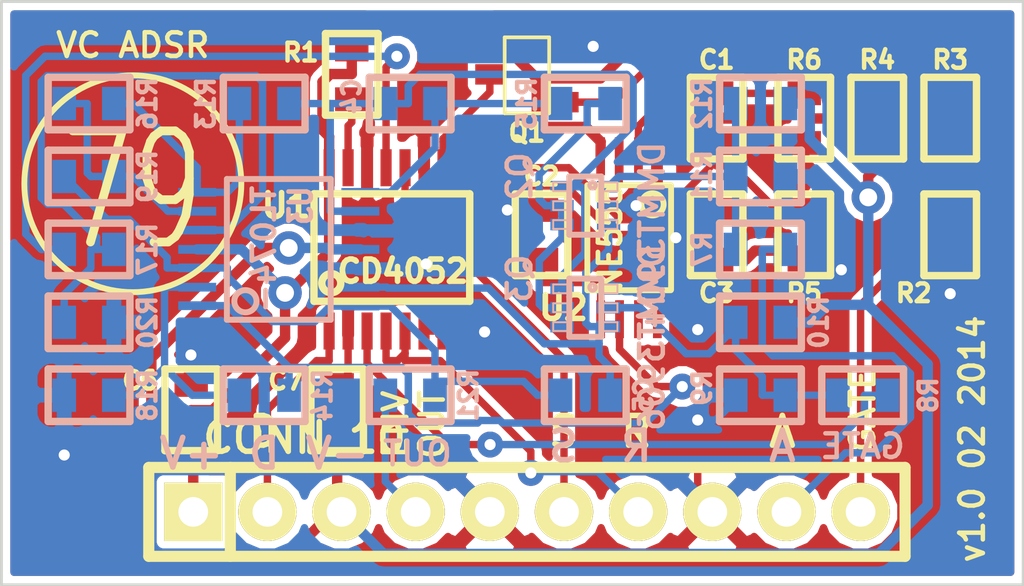
<source format=kicad_pcb>
(kicad_pcb (version 3) (host pcbnew "(2014-05-28 BZR 4896)-product")

  (general
    (links 89)
    (no_connects 0)
    (area 97.949999 74.449999 133.050001 95.60045)
    (thickness 1.6)
    (drawings 23)
    (tracks 406)
    (zones 0)
    (modules 35)
    (nets 30)
  )

  (page A3)
  (layers
    (15 F.Cu signal)
    (0 B.Cu signal)
    (16 B.Adhes user)
    (17 F.Adhes user)
    (18 B.Paste user)
    (19 F.Paste user)
    (20 B.SilkS user)
    (21 F.SilkS user)
    (22 B.Mask user)
    (23 F.Mask user)
    (24 Dwgs.User user)
    (25 Cmts.User user)
    (26 Eco1.User user)
    (27 Eco2.User user)
    (28 Edge.Cuts user)
  )

  (setup
    (last_trace_width 0.254)
    (trace_clearance 0.254)
    (zone_clearance 0.254)
    (zone_45_only no)
    (trace_min 0.254)
    (segment_width 0.2)
    (edge_width 0.1)
    (via_size 0.889)
    (via_drill 0.381)
    (via_min_size 0.889)
    (via_min_drill 0.381)
    (uvia_size 0.508)
    (uvia_drill 0.127)
    (uvias_allowed no)
    (uvia_min_size 0.508)
    (uvia_min_drill 0.127)
    (pcb_text_width 0.3)
    (pcb_text_size 1.5 1.5)
    (mod_edge_width 0.15)
    (mod_text_size 1 1)
    (mod_text_width 0.15)
    (pad_size 1.5 1.5)
    (pad_drill 0.6)
    (pad_to_mask_clearance 0)
    (aux_axis_origin 0 0)
    (visible_elements 7FFEFF7F)
    (pcbplotparams
      (layerselection 284196865)
      (usegerberextensions true)
      (excludeedgelayer true)
      (linewidth 0.150000)
      (plotframeref false)
      (viasonmask false)
      (mode 1)
      (useauxorigin false)
      (hpglpennumber 1)
      (hpglpenspeed 20)
      (hpglpendiameter 15)
      (hpglpenoverlay 2)
      (psnegative false)
      (psa4output false)
      (plotreference true)
      (plotvalue false)
      (plotinvisibletext false)
      (padsonsilk false)
      (subtractmaskfromsilk true)
      (outputformat 1)
      (mirror false)
      (drillshape 0)
      (scaleselection 1)
      (outputdirectory Gerbers/))
  )

  (net 0 "")
  (net 1 +12V)
  (net 2 -12V)
  (net 3 ATTACK)
  (net 4 DECAY)
  (net 5 "ENV OUT")
  (net 6 GATE)
  (net 7 GND)
  (net 8 N-0000010)
  (net 9 N-0000011)
  (net 10 N-0000012)
  (net 11 N-0000015)
  (net 12 N-0000016)
  (net 13 N-000002)
  (net 14 N-0000021)
  (net 15 N-0000022)
  (net 16 N-0000023)
  (net 17 N-0000024)
  (net 18 N-0000025)
  (net 19 N-0000027)
  (net 20 N-0000028)
  (net 21 N-0000029)
  (net 22 N-000003)
  (net 23 N-0000030)
  (net 24 N-000004)
  (net 25 N-000007)
  (net 26 N-000008)
  (net 27 N-000009)
  (net 28 RELEASE)
  (net 29 SUSTAIN)

  (net_class Default "This is the default net class."
    (clearance 0.254)
    (trace_width 0.254)
    (via_dia 0.889)
    (via_drill 0.381)
    (uvia_dia 0.508)
    (uvia_drill 0.127)
    (add_net GND)
    (add_net N-0000010)
    (add_net N-0000011)
    (add_net N-0000012)
    (add_net N-0000015)
    (add_net N-0000016)
    (add_net N-000002)
    (add_net N-0000021)
    (add_net N-0000022)
    (add_net N-0000023)
    (add_net N-0000024)
    (add_net N-0000025)
    (add_net N-0000027)
    (add_net N-0000028)
    (add_net N-0000029)
    (add_net N-000003)
    (add_net N-0000030)
    (add_net N-000004)
    (add_net N-000007)
    (add_net N-000008)
    (add_net N-000009)
  )

  (net_class POWER ""
    (clearance 0.254)
    (trace_width 0.3556)
    (via_dia 1.143)
    (via_drill 0.6096)
    (uvia_dia 0.508)
    (uvia_drill 0.127)
    (add_net +12V)
    (add_net -12V)
  )

  (net_class SIGNAL ""
    (clearance 0.254)
    (trace_width 0.254)
    (via_dia 0.889)
    (via_drill 0.381)
    (uvia_dia 0.508)
    (uvia_drill 0.127)
    (add_net ATTACK)
    (add_net DECAY)
    (add_net "ENV OUT")
    (add_net GATE)
    (add_net RELEASE)
    (add_net SUSTAIN)
  )

  (module TSSOP8-JRL (layer F.Cu) (tedit 52F02B18) (tstamp 52EC3E46)
    (at 119.5 82.5 180)
    (path /52EA6826)
    (attr smd)
    (fp_text reference U2 (at 2.25 -2.5 180) (layer F.SilkS)
      (effects (font (size 0.8128 0.8128) (thickness 0.1905)))
    )
    (fp_text value NE555 (at 0.65 -0.1 270) (layer F.SilkS)
      (effects (font (size 0.762 0.762) (thickness 0.16002)))
    )
    (fp_line (start -1.43 -1.9) (end 1.43 -1.9) (layer F.SilkS) (width 0.2))
    (fp_line (start 1.43 -1.9) (end 1.43 1.7) (layer F.SilkS) (width 0.2))
    (fp_line (start 1.43 1.7) (end -1.43 1.7) (layer F.SilkS) (width 0.2))
    (fp_line (start -1.438 1.678) (end -1.438 -1.878) (layer F.SilkS) (width 0.2))
    (fp_circle (center -0.803 1.043) (end -1.184 1.043) (layer F.SilkS) (width 0.2))
    (pad 1 smd rect (at -0.9554 2.694 180) (size 0.29972 1.30048) (layers F.Cu F.Paste F.Mask)
      (net 7 GND))
    (pad 2 smd rect (at -0.3204 2.694 180) (size 0.29972 1.30048) (layers F.Cu F.Paste F.Mask)
      (net 10 N-0000012))
    (pad 3 smd rect (at 0.34 2.694 180) (size 0.29972 1.30048) (layers F.Cu F.Paste F.Mask)
      (net 24 N-000004))
    (pad 4 smd rect (at 0.975 2.694 180) (size 0.29972 1.30048) (layers F.Cu F.Paste F.Mask)
      (net 1 +12V))
    (pad 5 smd rect (at 0.975 -2.894 180) (size 0.29972 1.30048) (layers F.Cu F.Paste F.Mask)
      (net 9 N-0000011))
    (pad 6 smd rect (at 0.3273 -2.894 180) (size 0.29972 1.30048) (layers F.Cu F.Paste F.Mask)
      (net 22 N-000003))
    (pad 7 smd rect (at -0.3204 -2.894 180) (size 0.29972 1.30048) (layers F.Cu F.Paste F.Mask))
    (pad 8 smd rect (at -0.9681 -2.894 180) (size 0.29972 1.30048) (layers F.Cu F.Paste F.Mask)
      (net 1 +12V))
    (model smd\smd_dil\tssop-14.wrl
      (at (xyz 0 0 0))
      (scale (xyz 1 1 1))
      (rotate (xyz 0 0 0))
    )
  )

  (module TSSOP16 (layer F.Cu) (tedit 52F02AEC) (tstamp 52EC3E5F)
    (at 111.5 83)
    (path /52E9DAA2)
    (attr smd)
    (fp_text reference U1 (at -3.75 -1.5) (layer F.SilkS)
      (effects (font (size 0.8128 0.8128) (thickness 0.1905)))
    )
    (fp_text value CD4052 (at 0.24892 0.7493) (layer F.SilkS)
      (effects (font (size 0.762 0.762) (thickness 0.1905)))
    )
    (fp_line (start -2.794 -1.905) (end 2.54 -1.905) (layer F.SilkS) (width 0.254))
    (fp_line (start 2.54 -1.905) (end 2.54 1.778) (layer F.SilkS) (width 0.254))
    (fp_line (start 2.54 1.778) (end -2.794 1.778) (layer F.SilkS) (width 0.254))
    (fp_line (start -2.794 1.778) (end -2.794 -1.905) (layer F.SilkS) (width 0.254))
    (fp_circle (center -2.20218 1.15824) (end -2.40538 1.41224) (layer F.SilkS) (width 0.254))
    (pad 1 smd rect (at -2.27584 2.79908) (size 0.381 1.27) (layers F.Cu F.Paste F.Mask)
      (net 4 DECAY))
    (pad 2 smd rect (at -1.6256 2.79908) (size 0.381 1.27) (layers F.Cu F.Paste F.Mask)
      (net 7 GND))
    (pad 3 smd rect (at -0.97536 2.79908) (size 0.381 1.27) (layers F.Cu F.Paste F.Mask)
      (net 26 N-000008))
    (pad 4 smd rect (at -0.32512 2.79908) (size 0.381 1.27) (layers F.Cu F.Paste F.Mask)
      (net 28 RELEASE))
    (pad 5 smd rect (at 0.32512 2.79908) (size 0.381 1.27) (layers F.Cu F.Paste F.Mask)
      (net 28 RELEASE))
    (pad 6 smd rect (at 0.97536 2.79908) (size 0.381 1.27) (layers F.Cu F.Paste F.Mask)
      (net 7 GND))
    (pad 7 smd rect (at 1.6256 2.79908) (size 0.381 1.27) (layers F.Cu F.Paste F.Mask)
      (net 7 GND))
    (pad 8 smd rect (at 2.27584 2.79908) (size 0.381 1.27) (layers F.Cu F.Paste F.Mask)
      (net 7 GND))
    (pad 9 smd rect (at 2.27584 -2.79908) (size 0.381 1.27) (layers F.Cu F.Paste F.Mask)
      (net 24 N-000004))
    (pad 10 smd rect (at 1.6256 -2.79908) (size 0.381 1.27) (layers F.Cu F.Paste F.Mask)
      (net 8 N-0000010))
    (pad 11 smd rect (at 0.97536 -2.79908) (size 0.381 1.27) (layers F.Cu F.Paste F.Mask)
      (net 7 GND))
    (pad 12 smd rect (at 0.32512 -2.79908) (size 0.381 1.27) (layers F.Cu F.Paste F.Mask)
      (net 29 SUSTAIN))
    (pad 13 smd rect (at -0.32512 -2.79908) (size 0.381 1.27) (layers F.Cu F.Paste F.Mask)
      (net 17 N-0000024))
    (pad 14 smd rect (at -0.97536 -2.79908) (size 0.381 1.27) (layers F.Cu F.Paste F.Mask)
      (net 7 GND))
    (pad 15 smd rect (at -1.6256 -2.79908) (size 0.381 1.27) (layers F.Cu F.Paste F.Mask)
      (net 21 N-0000029))
    (pad 16 smd rect (at -2.27584 -2.79908) (size 0.381 1.27) (layers F.Cu F.Paste F.Mask)
      (net 1 +12V))
    (model smd\smd_dil\tssop-16.wrl
      (at (xyz 0 0 0))
      (scale (xyz 1 1 1))
      (rotate (xyz 0 0 0))
    )
  )

  (module TSSOP14 (layer B.Cu) (tedit 52F02B6A) (tstamp 52EC3E76)
    (at 107.5 83 90)
    (path /52E9CC88)
    (attr smd)
    (fp_text reference U3 (at 1.5 0.75 270) (layer B.SilkS)
      (effects (font (size 0.762 0.635) (thickness 0.16002)) (justify mirror))
    )
    (fp_text value TL074- (at 0 -0.508 90) (layer B.SilkS)
      (effects (font (size 0.762 0.762) (thickness 0.16002)) (justify mirror))
    )
    (fp_line (start -2.413 1.778) (end 2.413 1.778) (layer B.SilkS) (width 0.2032))
    (fp_line (start 2.413 1.778) (end 2.413 -1.778) (layer B.SilkS) (width 0.2032))
    (fp_line (start 2.413 -1.778) (end -2.413 -1.778) (layer B.SilkS) (width 0.2032))
    (fp_line (start -2.413 -1.778) (end -2.413 1.778) (layer B.SilkS) (width 0.2032))
    (fp_circle (center -1.778 -1.143) (end -2.159 -1.143) (layer B.SilkS) (width 0.2032))
    (pad 1 smd rect (at -1.9304 -2.794 90) (size 0.29972 1.30048) (layers B.Cu B.Paste B.Mask)
      (net 22 N-000003))
    (pad 2 smd rect (at -1.2954 -2.794 90) (size 0.29972 1.30048) (layers B.Cu B.Paste B.Mask)
      (net 13 N-000002))
    (pad 3 smd rect (at -0.635 -2.794 90) (size 0.29972 1.30048) (layers B.Cu B.Paste B.Mask)
      (net 20 N-0000028))
    (pad 4 smd rect (at 0 -2.794 90) (size 0.29972 1.30048) (layers B.Cu B.Paste B.Mask)
      (net 1 +12V))
    (pad 5 smd rect (at 0.6604 -2.794 90) (size 0.29972 1.30048) (layers B.Cu B.Paste B.Mask)
      (net 23 N-0000030))
    (pad 6 smd rect (at 1.3081 -2.794 90) (size 0.29972 1.30048) (layers B.Cu B.Paste B.Mask)
      (net 16 N-0000023))
    (pad 7 smd rect (at 1.9558 -2.794 90) (size 0.29972 1.30048) (layers B.Cu B.Paste B.Mask)
      (net 18 N-0000025))
    (pad 8 smd rect (at 1.9558 2.794 90) (size 0.29972 1.30048) (layers B.Cu B.Paste B.Mask)
      (net 15 N-0000022))
    (pad 9 smd rect (at 1.3081 2.794 90) (size 0.29972 1.30048) (layers B.Cu B.Paste B.Mask)
      (net 14 N-0000021))
    (pad 10 smd rect (at 0.6604 2.794 90) (size 0.29972 1.30048) (layers B.Cu B.Paste B.Mask)
      (net 7 GND))
    (pad 11 smd rect (at 0 2.794 90) (size 0.29972 1.30048) (layers B.Cu B.Paste B.Mask)
      (net 2 -12V))
    (pad 12 smd rect (at -0.6477 2.794 90) (size 0.29972 1.30048) (layers B.Cu B.Paste B.Mask)
      (net 7 GND))
    (pad 13 smd rect (at -1.2954 2.794 90) (size 0.29972 1.30048) (layers B.Cu B.Paste B.Mask)
      (net 19 N-0000027))
    (pad 14 smd rect (at -1.9431 2.794 90) (size 0.29972 1.30048) (layers B.Cu B.Paste B.Mask)
      (net 20 N-0000028))
    (model smd\smd_dil\tssop-14.wrl
      (at (xyz 0 0 0))
      (scale (xyz 1 1 1))
      (rotate (xyz 0 0 0))
    )
  )

  (module SOT363-JRL (layer B.Cu) (tedit 52F02B7C) (tstamp 52EFBA56)
    (at 118 85 270)
    (descr "SMALL OUTLINE TRANSISTOR; 6 LEADS")
    (tags "SMALL OUTLINE TRANSISTOR; 6 LEADS")
    (path /52EA83F8)
    (attr smd)
    (fp_text reference Q3 (at -1 2.25 270) (layer B.SilkS)
      (effects (font (size 0.8128 0.8128) (thickness 0.1524)) (justify mirror))
    )
    (fp_text value DMMT3906 (at 1.016 -2.286 270) (layer B.SilkS)
      (effects (font (size 0.8128 0.8128) (thickness 0.1524)) (justify mirror))
    )
    (fp_line (start -0.79756 -1.09982) (end -0.49784 -1.09982) (layer B.SilkS) (width 0.06604))
    (fp_line (start -0.49784 -1.09982) (end -0.49784 -0.59944) (layer B.SilkS) (width 0.06604))
    (fp_line (start -0.79756 -0.59944) (end -0.49784 -0.59944) (layer B.SilkS) (width 0.06604))
    (fp_line (start -0.79756 -1.09982) (end -0.79756 -0.59944) (layer B.SilkS) (width 0.06604))
    (fp_line (start -0.14986 -1.09982) (end 0.14986 -1.09982) (layer B.SilkS) (width 0.06604))
    (fp_line (start 0.14986 -1.09982) (end 0.14986 -0.59944) (layer B.SilkS) (width 0.06604))
    (fp_line (start -0.14986 -0.59944) (end 0.14986 -0.59944) (layer B.SilkS) (width 0.06604))
    (fp_line (start -0.14986 -1.09982) (end -0.14986 -0.59944) (layer B.SilkS) (width 0.06604))
    (fp_line (start 0.49784 -1.09982) (end 0.79756 -1.09982) (layer B.SilkS) (width 0.06604))
    (fp_line (start 0.79756 -1.09982) (end 0.79756 -0.59944) (layer B.SilkS) (width 0.06604))
    (fp_line (start 0.49784 -0.59944) (end 0.79756 -0.59944) (layer B.SilkS) (width 0.06604))
    (fp_line (start 0.49784 -1.09982) (end 0.49784 -0.59944) (layer B.SilkS) (width 0.06604))
    (fp_line (start 0.49784 0.59944) (end 0.79756 0.59944) (layer B.SilkS) (width 0.06604))
    (fp_line (start 0.79756 0.59944) (end 0.79756 1.09982) (layer B.SilkS) (width 0.06604))
    (fp_line (start 0.49784 1.09982) (end 0.79756 1.09982) (layer B.SilkS) (width 0.06604))
    (fp_line (start 0.49784 0.59944) (end 0.49784 1.09982) (layer B.SilkS) (width 0.06604))
    (fp_line (start -0.14986 0.59944) (end 0.14986 0.59944) (layer B.SilkS) (width 0.06604))
    (fp_line (start 0.14986 0.59944) (end 0.14986 1.09982) (layer B.SilkS) (width 0.06604))
    (fp_line (start -0.14986 1.09982) (end 0.14986 1.09982) (layer B.SilkS) (width 0.06604))
    (fp_line (start -0.14986 0.59944) (end -0.14986 1.09982) (layer B.SilkS) (width 0.06604))
    (fp_line (start -0.79756 0.59944) (end -0.49784 0.59944) (layer B.SilkS) (width 0.06604))
    (fp_line (start -0.49784 0.59944) (end -0.49784 1.09982) (layer B.SilkS) (width 0.06604))
    (fp_line (start -0.79756 1.09982) (end -0.49784 1.09982) (layer B.SilkS) (width 0.06604))
    (fp_line (start -0.79756 0.59944) (end -0.79756 1.09982) (layer B.SilkS) (width 0.06604))
    (fp_line (start -0.99822 0.54864) (end 0.99822 0.54864) (layer B.SilkS) (width 0.2032))
    (fp_line (start 0.99822 0.54864) (end 0.99822 -0.54864) (layer B.SilkS) (width 0.2032))
    (fp_line (start 0.99822 -0.54864) (end -0.99822 -0.54864) (layer B.SilkS) (width 0.2032))
    (fp_line (start -0.99822 -0.54864) (end -0.99822 0.54864) (layer B.SilkS) (width 0.2032))
    (fp_circle (center -0.6985 -0.24892) (end -0.77216 -0.32258) (layer B.SilkS) (width 0.1524))
    (pad 1 smd rect (at -0.6477 -0.79756 270) (size 0.39878 0.79756) (layers B.Cu B.Paste B.Mask)
      (net 7 GND))
    (pad 2 smd rect (at 0 -0.79756 270) (size 0.39878 0.79756) (layers B.Cu B.Paste B.Mask)
      (net 25 N-000007))
    (pad 3 smd rect (at 0.6477 -0.79756 270) (size 0.39878 0.79756) (layers B.Cu B.Paste B.Mask)
      (net 19 N-0000027))
    (pad 4 smd rect (at 0.6477 0.79756 270) (size 0.39878 0.79756) (layers B.Cu B.Paste B.Mask)
      (net 11 N-0000015))
    (pad 5 smd rect (at 0 0.79756 270) (size 0.39878 0.79756) (layers B.Cu B.Paste B.Mask)
      (net 11 N-0000015))
    (pad 6 smd rect (at -0.6477 0.79756 270) (size 0.39878 0.79756) (layers B.Cu B.Paste B.Mask)
      (net 14 N-0000021))
  )

  (module SOT363-JRL (layer B.Cu) (tedit 52F02B77) (tstamp 52EFBA7E)
    (at 118 81.5 270)
    (descr "SMALL OUTLINE TRANSISTOR; 6 LEADS")
    (tags "SMALL OUTLINE TRANSISTOR; 6 LEADS")
    (path /52EA83E9)
    (attr smd)
    (fp_text reference Q2 (at -1 2.25 450) (layer B.SilkS)
      (effects (font (size 0.8128 0.8128) (thickness 0.1524)) (justify mirror))
    )
    (fp_text value DMMT3904 (at 1.016 -2.286 270) (layer B.SilkS)
      (effects (font (size 0.8128 0.8128) (thickness 0.1524)) (justify mirror))
    )
    (fp_line (start -0.79756 -1.09982) (end -0.49784 -1.09982) (layer B.SilkS) (width 0.06604))
    (fp_line (start -0.49784 -1.09982) (end -0.49784 -0.59944) (layer B.SilkS) (width 0.06604))
    (fp_line (start -0.79756 -0.59944) (end -0.49784 -0.59944) (layer B.SilkS) (width 0.06604))
    (fp_line (start -0.79756 -1.09982) (end -0.79756 -0.59944) (layer B.SilkS) (width 0.06604))
    (fp_line (start -0.14986 -1.09982) (end 0.14986 -1.09982) (layer B.SilkS) (width 0.06604))
    (fp_line (start 0.14986 -1.09982) (end 0.14986 -0.59944) (layer B.SilkS) (width 0.06604))
    (fp_line (start -0.14986 -0.59944) (end 0.14986 -0.59944) (layer B.SilkS) (width 0.06604))
    (fp_line (start -0.14986 -1.09982) (end -0.14986 -0.59944) (layer B.SilkS) (width 0.06604))
    (fp_line (start 0.49784 -1.09982) (end 0.79756 -1.09982) (layer B.SilkS) (width 0.06604))
    (fp_line (start 0.79756 -1.09982) (end 0.79756 -0.59944) (layer B.SilkS) (width 0.06604))
    (fp_line (start 0.49784 -0.59944) (end 0.79756 -0.59944) (layer B.SilkS) (width 0.06604))
    (fp_line (start 0.49784 -1.09982) (end 0.49784 -0.59944) (layer B.SilkS) (width 0.06604))
    (fp_line (start 0.49784 0.59944) (end 0.79756 0.59944) (layer B.SilkS) (width 0.06604))
    (fp_line (start 0.79756 0.59944) (end 0.79756 1.09982) (layer B.SilkS) (width 0.06604))
    (fp_line (start 0.49784 1.09982) (end 0.79756 1.09982) (layer B.SilkS) (width 0.06604))
    (fp_line (start 0.49784 0.59944) (end 0.49784 1.09982) (layer B.SilkS) (width 0.06604))
    (fp_line (start -0.14986 0.59944) (end 0.14986 0.59944) (layer B.SilkS) (width 0.06604))
    (fp_line (start 0.14986 0.59944) (end 0.14986 1.09982) (layer B.SilkS) (width 0.06604))
    (fp_line (start -0.14986 1.09982) (end 0.14986 1.09982) (layer B.SilkS) (width 0.06604))
    (fp_line (start -0.14986 0.59944) (end -0.14986 1.09982) (layer B.SilkS) (width 0.06604))
    (fp_line (start -0.79756 0.59944) (end -0.49784 0.59944) (layer B.SilkS) (width 0.06604))
    (fp_line (start -0.49784 0.59944) (end -0.49784 1.09982) (layer B.SilkS) (width 0.06604))
    (fp_line (start -0.79756 1.09982) (end -0.49784 1.09982) (layer B.SilkS) (width 0.06604))
    (fp_line (start -0.79756 0.59944) (end -0.79756 1.09982) (layer B.SilkS) (width 0.06604))
    (fp_line (start -0.99822 0.54864) (end 0.99822 0.54864) (layer B.SilkS) (width 0.2032))
    (fp_line (start 0.99822 0.54864) (end 0.99822 -0.54864) (layer B.SilkS) (width 0.2032))
    (fp_line (start 0.99822 -0.54864) (end -0.99822 -0.54864) (layer B.SilkS) (width 0.2032))
    (fp_line (start -0.99822 -0.54864) (end -0.99822 0.54864) (layer B.SilkS) (width 0.2032))
    (fp_circle (center -0.6985 -0.24892) (end -0.77216 -0.32258) (layer B.SilkS) (width 0.1524))
    (pad 1 smd rect (at -0.6477 -0.79756 270) (size 0.39878 0.79756) (layers B.Cu B.Paste B.Mask)
      (net 12 N-0000016))
    (pad 2 smd rect (at 0 -0.79756 270) (size 0.39878 0.79756) (layers B.Cu B.Paste B.Mask)
      (net 7 GND))
    (pad 3 smd rect (at 0.6477 -0.79756 270) (size 0.39878 0.79756) (layers B.Cu B.Paste B.Mask)
      (net 19 N-0000027))
    (pad 4 smd rect (at 0.6477 0.79756 270) (size 0.39878 0.79756) (layers B.Cu B.Paste B.Mask)
      (net 11 N-0000015))
    (pad 5 smd rect (at 0 0.79756 270) (size 0.39878 0.79756) (layers B.Cu B.Paste B.Mask)
      (net 11 N-0000015))
    (pad 6 smd rect (at -0.6477 0.79756 270) (size 0.39878 0.79756) (layers B.Cu B.Paste B.Mask)
      (net 14 N-0000021))
  )

  (module SOT23-JRL (layer F.Cu) (tedit 52F02A8D) (tstamp 52EF2878)
    (at 116 77 90)
    (tags SOT23)
    (path /52EA6833)
    (fp_text reference Q1 (at -2 0 180) (layer F.SilkS)
      (effects (font (size 0.6096 0.6096) (thickness 0.1524)))
    )
    (fp_text value 2N3904 (at 0.0635 0 90) (layer F.SilkS) hide
      (effects (font (size 0.8128 0.8128) (thickness 0.1524)))
    )
    (fp_line (start 1.27 0.762) (end -1.3335 0.762) (layer F.SilkS) (width 0.127))
    (fp_line (start -1.3335 0.762) (end -1.3335 -0.762) (layer F.SilkS) (width 0.127))
    (fp_line (start -1.3335 -0.762) (end 1.27 -0.762) (layer F.SilkS) (width 0.127))
    (fp_line (start 1.27 -0.762) (end 1.27 0.762) (layer F.SilkS) (width 0.127))
    (pad 3 smd rect (at 0 -1.27 90) (size 0.70104 1.00076) (layers F.Cu F.Paste F.Mask)
      (net 8 N-0000010))
    (pad 1 smd rect (at 0.9525 1.27 90) (size 0.70104 1.00076) (layers F.Cu F.Paste F.Mask)
      (net 7 GND))
    (pad 2 smd rect (at -0.9525 1.27 90) (size 0.70104 1.00076) (layers F.Cu F.Paste F.Mask)
      (net 27 N-000009))
    (model smd/SOT23_6.wrl
      (at (xyz 0 0 0))
      (scale (xyz 0.11 0.11 0.11))
      (rotate (xyz 0 0 -180))
    )
  )

  (module SM0603-JRL (layer B.Cu) (tedit 52F02B8C) (tstamp 52EC3ED9)
    (at 124 88)
    (path /52EA8356)
    (attr smd)
    (fp_text reference R9 (at -2 -0.25 90) (layer B.SilkS)
      (effects (font (size 0.6096 0.6096) (thickness 0.1524)) (justify mirror))
    )
    (fp_text value 2.2K (at 0 0) (layer B.SilkS) hide
      (effects (font (size 0.508 0.4572) (thickness 0.1143)) (justify mirror))
    )
    (fp_line (start -1.4 -0.9) (end 1.4 -0.9) (layer B.SilkS) (width 0.254))
    (fp_line (start 1.4 -0.9) (end 1.4 0.9) (layer B.SilkS) (width 0.254))
    (fp_line (start 1.4 0.9) (end -1.4 0.9) (layer B.SilkS) (width 0.254))
    (fp_line (start -1.4 0.9) (end -1.4 -0.9) (layer B.SilkS) (width 0.254))
    (pad 1 smd rect (at -0.8509 0) (size 0.8128 1.143) (layers B.Cu B.Paste B.Mask)
      (net 7 GND))
    (pad 2 smd rect (at 0.8509 0) (size 0.8128 1.143) (layers B.Cu B.Paste B.Mask)
      (net 25 N-000007))
    (model smd\resistors\R0603.wrl
      (at (xyz 0 0 0.001))
      (scale (xyz 0.5 0.5 0.5))
      (rotate (xyz 0 0 0))
    )
  )

  (module SM0603-JRL (layer F.Cu) (tedit 52F02A9D) (tstamp 52EF286C)
    (at 128 78.5 270)
    (path /52EA68F7)
    (attr smd)
    (fp_text reference R4 (at -2 0 360) (layer F.SilkS)
      (effects (font (size 0.6096 0.6096) (thickness 0.1524)))
    )
    (fp_text value 330K (at 0 0 270) (layer F.SilkS) hide
      (effects (font (size 0.508 0.4572) (thickness 0.1143)))
    )
    (fp_line (start -1.4 0.9) (end 1.4 0.9) (layer F.SilkS) (width 0.254))
    (fp_line (start 1.4 0.9) (end 1.4 -0.9) (layer F.SilkS) (width 0.254))
    (fp_line (start 1.4 -0.9) (end -1.4 -0.9) (layer F.SilkS) (width 0.254))
    (fp_line (start -1.4 -0.9) (end -1.4 0.9) (layer F.SilkS) (width 0.254))
    (pad 1 smd rect (at -0.8509 0 270) (size 0.8128 1.143) (layers F.Cu F.Paste F.Mask)
      (net 27 N-000009))
    (pad 2 smd rect (at 0.8509 0 270) (size 0.8128 1.143) (layers F.Cu F.Paste F.Mask)
      (net 2 -12V))
    (model smd\resistors\R0603.wrl
      (at (xyz 0 0 0.001))
      (scale (xyz 0.5 0.5 0.5))
      (rotate (xyz 0 0 0))
    )
  )

  (module SM0603-JRL (layer F.Cu) (tedit 52F02A96) (tstamp 52EC3EED)
    (at 122.5 78.5 90)
    (path /52EA6BA1)
    (attr smd)
    (fp_text reference C1 (at 2 0 180) (layer F.SilkS)
      (effects (font (size 0.6096 0.6096) (thickness 0.1524)))
    )
    (fp_text value 100n (at 0 0 90) (layer F.SilkS) hide
      (effects (font (size 0.508 0.4572) (thickness 0.1143)))
    )
    (fp_line (start -1.4 0.9) (end 1.4 0.9) (layer F.SilkS) (width 0.254))
    (fp_line (start 1.4 0.9) (end 1.4 -0.9) (layer F.SilkS) (width 0.254))
    (fp_line (start 1.4 -0.9) (end -1.4 -0.9) (layer F.SilkS) (width 0.254))
    (fp_line (start -1.4 -0.9) (end -1.4 0.9) (layer F.SilkS) (width 0.254))
    (pad 1 smd rect (at -0.8509 0 90) (size 0.8128 1.143) (layers F.Cu F.Paste F.Mask)
      (net 8 N-0000010))
    (pad 2 smd rect (at 0.8509 0 90) (size 0.8128 1.143) (layers F.Cu F.Paste F.Mask)
      (net 10 N-0000012))
    (model smd\resistors\R0603.wrl
      (at (xyz 0 0 0.001))
      (scale (xyz 0.5 0.5 0.5))
      (rotate (xyz 0 0 0))
    )
  )

  (module SM0603-JRL (layer F.Cu) (tedit 52F02A99) (tstamp 52EC3EF7)
    (at 125.5 78.5 90)
    (path /52EA6BBB)
    (attr smd)
    (fp_text reference R6 (at 2 0 180) (layer F.SilkS)
      (effects (font (size 0.6096 0.6096) (thickness 0.1524)))
    )
    (fp_text value 10K (at 0 0 90) (layer F.SilkS) hide
      (effects (font (size 0.508 0.4572) (thickness 0.1143)))
    )
    (fp_line (start -1.4 0.9) (end 1.4 0.9) (layer F.SilkS) (width 0.254))
    (fp_line (start 1.4 0.9) (end 1.4 -0.9) (layer F.SilkS) (width 0.254))
    (fp_line (start 1.4 -0.9) (end -1.4 -0.9) (layer F.SilkS) (width 0.254))
    (fp_line (start -1.4 -0.9) (end -1.4 0.9) (layer F.SilkS) (width 0.254))
    (pad 1 smd rect (at -0.8509 0 90) (size 0.8128 1.143) (layers F.Cu F.Paste F.Mask)
      (net 1 +12V))
    (pad 2 smd rect (at 0.8509 0 90) (size 0.8128 1.143) (layers F.Cu F.Paste F.Mask)
      (net 10 N-0000012))
    (model smd\resistors\R0603.wrl
      (at (xyz 0 0 0.001))
      (scale (xyz 0.5 0.5 0.5))
      (rotate (xyz 0 0 0))
    )
  )

  (module SM0603-JRL (layer F.Cu) (tedit 52F02AB3) (tstamp 52EC3F01)
    (at 116.5 82.5 90)
    (path /52EA7373)
    (attr smd)
    (fp_text reference C2 (at 2 0 180) (layer F.SilkS)
      (effects (font (size 0.6096 0.6096) (thickness 0.1524)))
    )
    (fp_text value 0.01μ (at 0 0 90) (layer F.SilkS) hide
      (effects (font (size 0.508 0.4572) (thickness 0.1143)))
    )
    (fp_line (start -1.4 0.9) (end 1.4 0.9) (layer F.SilkS) (width 0.254))
    (fp_line (start 1.4 0.9) (end 1.4 -0.9) (layer F.SilkS) (width 0.254))
    (fp_line (start 1.4 -0.9) (end -1.4 -0.9) (layer F.SilkS) (width 0.254))
    (fp_line (start -1.4 -0.9) (end -1.4 0.9) (layer F.SilkS) (width 0.254))
    (pad 1 smd rect (at -0.8509 0 90) (size 0.8128 1.143) (layers F.Cu F.Paste F.Mask)
      (net 9 N-0000011))
    (pad 2 smd rect (at 0.8509 0 90) (size 0.8128 1.143) (layers F.Cu F.Paste F.Mask)
      (net 7 GND))
    (model smd\resistors\R0603.wrl
      (at (xyz 0 0 0.001))
      (scale (xyz 0.5 0.5 0.5))
      (rotate (xyz 0 0 0))
    )
  )

  (module SM0603-JRL (layer B.Cu) (tedit 52F02B5A) (tstamp 52EC3F0B)
    (at 107 88 180)
    (path /52EA7939)
    (attr smd)
    (fp_text reference R14 (at -2 0 270) (layer B.SilkS)
      (effects (font (size 0.6096 0.6096) (thickness 0.1524)) (justify mirror))
    )
    (fp_text value 56K** (at 0 0 180) (layer B.SilkS) hide
      (effects (font (size 0.508 0.4572) (thickness 0.1143)) (justify mirror))
    )
    (fp_line (start -1.4 -0.9) (end 1.4 -0.9) (layer B.SilkS) (width 0.254))
    (fp_line (start 1.4 -0.9) (end 1.4 0.9) (layer B.SilkS) (width 0.254))
    (fp_line (start 1.4 0.9) (end -1.4 0.9) (layer B.SilkS) (width 0.254))
    (fp_line (start -1.4 0.9) (end -1.4 -0.9) (layer B.SilkS) (width 0.254))
    (pad 1 smd rect (at -0.8509 0 180) (size 0.8128 1.143) (layers B.Cu B.Paste B.Mask)
      (net 22 N-000003))
    (pad 2 smd rect (at 0.8509 0 180) (size 0.8128 1.143) (layers B.Cu B.Paste B.Mask)
      (net 13 N-000002))
    (model smd\resistors\R0603.wrl
      (at (xyz 0 0 0.001))
      (scale (xyz 0.5 0.5 0.5))
      (rotate (xyz 0 0 0))
    )
  )

  (module SM0603-JRL (layer B.Cu) (tedit 52F02B54) (tstamp 52EC3F15)
    (at 101 88 180)
    (path /52EA793F)
    (attr smd)
    (fp_text reference R18 (at -2 0 270) (layer B.SilkS)
      (effects (font (size 0.6096 0.6096) (thickness 0.1524)) (justify mirror))
    )
    (fp_text value 100K (at 0 0 180) (layer B.SilkS) hide
      (effects (font (size 0.508 0.4572) (thickness 0.1143)) (justify mirror))
    )
    (fp_line (start -1.4 -0.9) (end 1.4 -0.9) (layer B.SilkS) (width 0.254))
    (fp_line (start 1.4 -0.9) (end 1.4 0.9) (layer B.SilkS) (width 0.254))
    (fp_line (start 1.4 0.9) (end -1.4 0.9) (layer B.SilkS) (width 0.254))
    (fp_line (start -1.4 0.9) (end -1.4 -0.9) (layer B.SilkS) (width 0.254))
    (pad 1 smd rect (at -0.8509 0 180) (size 0.8128 1.143) (layers B.Cu B.Paste B.Mask)
      (net 13 N-000002))
    (pad 2 smd rect (at 0.8509 0 180) (size 0.8128 1.143) (layers B.Cu B.Paste B.Mask)
      (net 7 GND))
    (model smd\resistors\R0603.wrl
      (at (xyz 0 0 0.001))
      (scale (xyz 0.5 0.5 0.5))
      (rotate (xyz 0 0 0))
    )
  )

  (module SM0603-JRL (layer F.Cu) (tedit 52F02ABA) (tstamp 52EC3F1F)
    (at 122.5 82.5 90)
    (path /52EC40BB)
    (attr smd)
    (fp_text reference C3 (at -2 0 180) (layer F.SilkS)
      (effects (font (size 0.6096 0.6096) (thickness 0.1524)))
    )
    (fp_text value 100n (at 0 0 90) (layer F.SilkS) hide
      (effects (font (size 0.508 0.4572) (thickness 0.1143)))
    )
    (fp_line (start -1.4 0.9) (end 1.4 0.9) (layer F.SilkS) (width 0.254))
    (fp_line (start 1.4 0.9) (end 1.4 -0.9) (layer F.SilkS) (width 0.254))
    (fp_line (start 1.4 -0.9) (end -1.4 -0.9) (layer F.SilkS) (width 0.254))
    (fp_line (start -1.4 -0.9) (end -1.4 0.9) (layer F.SilkS) (width 0.254))
    (pad 1 smd rect (at -0.8509 0 90) (size 0.8128 1.143) (layers F.Cu F.Paste F.Mask)
      (net 1 +12V))
    (pad 2 smd rect (at 0.8509 0 90) (size 0.8128 1.143) (layers F.Cu F.Paste F.Mask)
      (net 7 GND))
    (model smd\resistors\R0603.wrl
      (at (xyz 0 0 0.001))
      (scale (xyz 0.5 0.5 0.5))
      (rotate (xyz 0 0 0))
    )
  )

  (module SM0603-JRL (layer B.Cu) (tedit 52F02B81) (tstamp 52EF2814)
    (at 124 85.5 180)
    (path /52EA835C)
    (attr smd)
    (fp_text reference R10 (at -2 0 270) (layer B.SilkS)
      (effects (font (size 0.6096 0.6096) (thickness 0.1524)) (justify mirror))
    )
    (fp_text value 270K (at 0 0 180) (layer B.SilkS) hide
      (effects (font (size 0.508 0.4572) (thickness 0.1143)) (justify mirror))
    )
    (fp_line (start -1.4 -0.9) (end 1.4 -0.9) (layer B.SilkS) (width 0.254))
    (fp_line (start 1.4 -0.9) (end 1.4 0.9) (layer B.SilkS) (width 0.254))
    (fp_line (start 1.4 0.9) (end -1.4 0.9) (layer B.SilkS) (width 0.254))
    (fp_line (start -1.4 0.9) (end -1.4 -0.9) (layer B.SilkS) (width 0.254))
    (pad 1 smd rect (at -0.8509 0 180) (size 0.8128 1.143) (layers B.Cu B.Paste B.Mask)
      (net 2 -12V))
    (pad 2 smd rect (at 0.8509 0 180) (size 0.8128 1.143) (layers B.Cu B.Paste B.Mask)
      (net 25 N-000007))
    (model smd\resistors\R0603.wrl
      (at (xyz 0 0 0.001))
      (scale (xyz 0.5 0.5 0.5))
      (rotate (xyz 0 0 0))
    )
  )

  (module SM0603-JRL (layer B.Cu) (tedit 52F02B32) (tstamp 52EC3F33)
    (at 124 83 180)
    (path /52EA8929)
    (attr smd)
    (fp_text reference R7 (at 2 0 270) (layer B.SilkS)
      (effects (font (size 0.6096 0.6096) (thickness 0.1524)) (justify mirror))
    )
    (fp_text value 43K** (at 0 0 180) (layer B.SilkS) hide
      (effects (font (size 0.508 0.4572) (thickness 0.1143)) (justify mirror))
    )
    (fp_line (start -1.4 -0.9) (end 1.4 -0.9) (layer B.SilkS) (width 0.254))
    (fp_line (start 1.4 -0.9) (end 1.4 0.9) (layer B.SilkS) (width 0.254))
    (fp_line (start 1.4 0.9) (end -1.4 0.9) (layer B.SilkS) (width 0.254))
    (fp_line (start -1.4 0.9) (end -1.4 -0.9) (layer B.SilkS) (width 0.254))
    (pad 1 smd rect (at -0.8509 0 180) (size 0.8128 1.143) (layers B.Cu B.Paste B.Mask)
      (net 3 ATTACK))
    (pad 2 smd rect (at 0.8509 0 180) (size 0.8128 1.143) (layers B.Cu B.Paste B.Mask)
      (net 12 N-0000016))
    (model smd\resistors\R0603.wrl
      (at (xyz 0 0 0.001))
      (scale (xyz 0.5 0.5 0.5))
      (rotate (xyz 0 0 0))
    )
  )

  (module SM0603-JRL (layer B.Cu) (tedit 52F02B2F) (tstamp 52EF282A)
    (at 124 80.5 180)
    (path /52EA893B)
    (attr smd)
    (fp_text reference R11 (at 2 0 270) (layer B.SilkS)
      (effects (font (size 0.6096 0.6096) (thickness 0.1524)) (justify mirror))
    )
    (fp_text value 2.2K (at 0 0 180) (layer B.SilkS) hide
      (effects (font (size 0.508 0.4572) (thickness 0.1143)) (justify mirror))
    )
    (fp_line (start -1.4 -0.9) (end 1.4 -0.9) (layer B.SilkS) (width 0.254))
    (fp_line (start 1.4 -0.9) (end 1.4 0.9) (layer B.SilkS) (width 0.254))
    (fp_line (start 1.4 0.9) (end -1.4 0.9) (layer B.SilkS) (width 0.254))
    (fp_line (start -1.4 0.9) (end -1.4 -0.9) (layer B.SilkS) (width 0.254))
    (pad 1 smd rect (at -0.8509 0 180) (size 0.8128 1.143) (layers B.Cu B.Paste B.Mask)
      (net 7 GND))
    (pad 2 smd rect (at 0.8509 0 180) (size 0.8128 1.143) (layers B.Cu B.Paste B.Mask)
      (net 12 N-0000016))
    (model smd\resistors\R0603.wrl
      (at (xyz 0 0 0.001))
      (scale (xyz 0.5 0.5 0.5))
      (rotate (xyz 0 0 0))
    )
  )

  (module SM0603-JRL (layer B.Cu) (tedit 52F02B2D) (tstamp 52EF281F)
    (at 124 78 180)
    (path /52EA8941)
    (attr smd)
    (fp_text reference R12 (at 2 0 270) (layer B.SilkS)
      (effects (font (size 0.6096 0.6096) (thickness 0.1524)) (justify mirror))
    )
    (fp_text value 270K (at 0 0 180) (layer B.SilkS) hide
      (effects (font (size 0.508 0.4572) (thickness 0.1143)) (justify mirror))
    )
    (fp_line (start -1.4 -0.9) (end 1.4 -0.9) (layer B.SilkS) (width 0.254))
    (fp_line (start 1.4 -0.9) (end 1.4 0.9) (layer B.SilkS) (width 0.254))
    (fp_line (start 1.4 0.9) (end -1.4 0.9) (layer B.SilkS) (width 0.254))
    (fp_line (start -1.4 0.9) (end -1.4 -0.9) (layer B.SilkS) (width 0.254))
    (pad 1 smd rect (at -0.8509 0 180) (size 0.8128 1.143) (layers B.Cu B.Paste B.Mask)
      (net 2 -12V))
    (pad 2 smd rect (at 0.8509 0 180) (size 0.8128 1.143) (layers B.Cu B.Paste B.Mask)
      (net 12 N-0000016))
    (model smd\resistors\R0603.wrl
      (at (xyz 0 0 0.001))
      (scale (xyz 0.5 0.5 0.5))
      (rotate (xyz 0 0 0))
    )
  )

  (module SM0603-JRL (layer F.Cu) (tedit 52F02AC4) (tstamp 52ED3764)
    (at 130.5 82.5 270)
    (path /52EA68F1)
    (attr smd)
    (fp_text reference R2 (at 2 1.25 360) (layer F.SilkS)
      (effects (font (size 0.6096 0.6096) (thickness 0.1524)))
    )
    (fp_text value 100K (at 0 0 270) (layer F.SilkS) hide
      (effects (font (size 0.508 0.4572) (thickness 0.1143)))
    )
    (fp_line (start -1.4 0.9) (end 1.4 0.9) (layer F.SilkS) (width 0.254))
    (fp_line (start 1.4 0.9) (end 1.4 -0.9) (layer F.SilkS) (width 0.254))
    (fp_line (start 1.4 -0.9) (end -1.4 -0.9) (layer F.SilkS) (width 0.254))
    (fp_line (start -1.4 -0.9) (end -1.4 0.9) (layer F.SilkS) (width 0.254))
    (pad 1 smd rect (at -0.8509 0 270) (size 0.8128 1.143) (layers F.Cu F.Paste F.Mask)
      (net 6 GATE))
    (pad 2 smd rect (at 0.8509 0 270) (size 0.8128 1.143) (layers F.Cu F.Paste F.Mask)
      (net 7 GND))
    (model smd\resistors\R0603.wrl
      (at (xyz 0 0 0.001))
      (scale (xyz 0.5 0.5 0.5))
      (rotate (xyz 0 0 0))
    )
  )

  (module SM0603-JRL (layer F.Cu) (tedit 52F02AA1) (tstamp 52EC3F5B)
    (at 130.5 78.5 270)
    (path /52EA6853)
    (attr smd)
    (fp_text reference R3 (at -2 0 360) (layer F.SilkS)
      (effects (font (size 0.6096 0.6096) (thickness 0.1524)))
    )
    (fp_text value 33K (at 0 0 270) (layer F.SilkS) hide
      (effects (font (size 0.508 0.4572) (thickness 0.1143)))
    )
    (fp_line (start -1.4 0.9) (end 1.4 0.9) (layer F.SilkS) (width 0.254))
    (fp_line (start 1.4 0.9) (end 1.4 -0.9) (layer F.SilkS) (width 0.254))
    (fp_line (start 1.4 -0.9) (end -1.4 -0.9) (layer F.SilkS) (width 0.254))
    (fp_line (start -1.4 -0.9) (end -1.4 0.9) (layer F.SilkS) (width 0.254))
    (pad 1 smd rect (at -0.8509 0 270) (size 0.8128 1.143) (layers F.Cu F.Paste F.Mask)
      (net 27 N-000009))
    (pad 2 smd rect (at 0.8509 0 270) (size 0.8128 1.143) (layers F.Cu F.Paste F.Mask)
      (net 6 GATE))
    (model smd\resistors\R0603.wrl
      (at (xyz 0 0 0.001))
      (scale (xyz 0.5 0.5 0.5))
      (rotate (xyz 0 0 0))
    )
  )

  (module SM0603-JRL (layer F.Cu) (tedit 52F02ABC) (tstamp 52EC3F65)
    (at 125.5 82.5 270)
    (path /52EA6840)
    (attr smd)
    (fp_text reference R5 (at 2 0 360) (layer F.SilkS)
      (effects (font (size 0.6096 0.6096) (thickness 0.1524)))
    )
    (fp_text value 22K (at 0 0 270) (layer F.SilkS) hide
      (effects (font (size 0.508 0.4572) (thickness 0.1143)))
    )
    (fp_line (start -1.4 0.9) (end 1.4 0.9) (layer F.SilkS) (width 0.254))
    (fp_line (start 1.4 0.9) (end 1.4 -0.9) (layer F.SilkS) (width 0.254))
    (fp_line (start 1.4 -0.9) (end -1.4 -0.9) (layer F.SilkS) (width 0.254))
    (fp_line (start -1.4 -0.9) (end -1.4 0.9) (layer F.SilkS) (width 0.254))
    (pad 1 smd rect (at -0.8509 0 270) (size 0.8128 1.143) (layers F.Cu F.Paste F.Mask)
      (net 8 N-0000010))
    (pad 2 smd rect (at 0.8509 0 270) (size 0.8128 1.143) (layers F.Cu F.Paste F.Mask)
      (net 1 +12V))
    (model smd\resistors\R0603.wrl
      (at (xyz 0 0 0.001))
      (scale (xyz 0.5 0.5 0.5))
      (rotate (xyz 0 0 0))
    )
  )

  (module SM0603-JRL (layer B.Cu) (tedit 52F02B5C) (tstamp 52EFBA9F)
    (at 112 88 180)
    (path /52E9E466)
    (attr smd)
    (fp_text reference R21 (at -2 0 270) (layer B.SilkS)
      (effects (font (size 0.6096 0.6096) (thickness 0.1524)) (justify mirror))
    )
    (fp_text value 1K (at 0 0 180) (layer B.SilkS) hide
      (effects (font (size 0.508 0.4572) (thickness 0.1143)) (justify mirror))
    )
    (fp_line (start -1.4 -0.9) (end 1.4 -0.9) (layer B.SilkS) (width 0.254))
    (fp_line (start 1.4 -0.9) (end 1.4 0.9) (layer B.SilkS) (width 0.254))
    (fp_line (start 1.4 0.9) (end -1.4 0.9) (layer B.SilkS) (width 0.254))
    (fp_line (start -1.4 0.9) (end -1.4 -0.9) (layer B.SilkS) (width 0.254))
    (pad 1 smd rect (at -0.8509 0 180) (size 0.8128 1.143) (layers B.Cu B.Paste B.Mask)
      (net 20 N-0000028))
    (pad 2 smd rect (at 0.8509 0 180) (size 0.8128 1.143) (layers B.Cu B.Paste B.Mask)
      (net 5 "ENV OUT"))
    (model smd\resistors\R0603.wrl
      (at (xyz 0 0 0.001))
      (scale (xyz 0.5 0.5 0.5))
      (rotate (xyz 0 0 0))
    )
  )

  (module SM0603-JRL (layer B.Cu) (tedit 52F02B90) (tstamp 52EF284B)
    (at 118 88)
    (path /52E9E3E2)
    (attr smd)
    (fp_text reference C5 (at 2 0 90) (layer B.SilkS)
      (effects (font (size 0.6096 0.6096) (thickness 0.1524)) (justify mirror))
    )
    (fp_text value 100n (at 0 0) (layer B.SilkS) hide
      (effects (font (size 0.508 0.4572) (thickness 0.1143)) (justify mirror))
    )
    (fp_line (start -1.4 -0.9) (end 1.4 -0.9) (layer B.SilkS) (width 0.254))
    (fp_line (start 1.4 -0.9) (end 1.4 0.9) (layer B.SilkS) (width 0.254))
    (fp_line (start 1.4 0.9) (end -1.4 0.9) (layer B.SilkS) (width 0.254))
    (fp_line (start -1.4 0.9) (end -1.4 -0.9) (layer B.SilkS) (width 0.254))
    (pad 1 smd rect (at -0.8509 0) (size 0.8128 1.143) (layers B.Cu B.Paste B.Mask)
      (net 20 N-0000028))
    (pad 2 smd rect (at 0.8509 0) (size 0.8128 1.143) (layers B.Cu B.Paste B.Mask)
      (net 19 N-0000027))
    (model smd\resistors\R0603.wrl
      (at (xyz 0 0 0.001))
      (scale (xyz 0.5 0.5 0.5))
      (rotate (xyz 0 0 0))
    )
  )

  (module SM0603-JRL (layer B.Cu) (tedit 52F02B35) (tstamp 52EF2856)
    (at 118 78)
    (path /52E9DF52)
    (attr smd)
    (fp_text reference R15 (at -2 0 90) (layer B.SilkS)
      (effects (font (size 0.6096 0.6096) (thickness 0.1524)) (justify mirror))
    )
    (fp_text value R_US (at 0 0) (layer B.SilkS) hide
      (effects (font (size 0.508 0.4572) (thickness 0.1143)) (justify mirror))
    )
    (fp_line (start -1.4 -0.9) (end 1.4 -0.9) (layer B.SilkS) (width 0.254))
    (fp_line (start 1.4 -0.9) (end 1.4 0.9) (layer B.SilkS) (width 0.254))
    (fp_line (start 1.4 0.9) (end -1.4 0.9) (layer B.SilkS) (width 0.254))
    (fp_line (start -1.4 0.9) (end -1.4 -0.9) (layer B.SilkS) (width 0.254))
    (pad 1 smd rect (at -0.8509 0) (size 0.8128 1.143) (layers B.Cu B.Paste B.Mask)
      (net 15 N-0000022))
    (pad 2 smd rect (at 0.8509 0) (size 0.8128 1.143) (layers B.Cu B.Paste B.Mask)
      (net 11 N-0000015))
    (model smd\resistors\R0603.wrl
      (at (xyz 0 0 0.001))
      (scale (xyz 0.5 0.5 0.5))
      (rotate (xyz 0 0 0))
    )
  )

  (module SM0603-JRL (layer B.Cu) (tedit 52F02B49) (tstamp 52EFBAAA)
    (at 101 78 180)
    (path /52E9DEFE)
    (attr smd)
    (fp_text reference R16 (at -2 0 270) (layer B.SilkS)
      (effects (font (size 0.6096 0.6096) (thickness 0.1524)) (justify mirror))
    )
    (fp_text value 47K (at 0 0 180) (layer B.SilkS) hide
      (effects (font (size 0.508 0.4572) (thickness 0.1143)) (justify mirror))
    )
    (fp_line (start -1.4 -0.9) (end 1.4 -0.9) (layer B.SilkS) (width 0.254))
    (fp_line (start 1.4 -0.9) (end 1.4 0.9) (layer B.SilkS) (width 0.254))
    (fp_line (start 1.4 0.9) (end -1.4 0.9) (layer B.SilkS) (width 0.254))
    (fp_line (start -1.4 0.9) (end -1.4 -0.9) (layer B.SilkS) (width 0.254))
    (pad 1 smd rect (at -0.8509 0 180) (size 0.8128 1.143) (layers B.Cu B.Paste B.Mask)
      (net 18 N-0000025))
    (pad 2 smd rect (at 0.8509 0 180) (size 0.8128 1.143) (layers B.Cu B.Paste B.Mask)
      (net 16 N-0000023))
    (model smd\resistors\R0603.wrl
      (at (xyz 0 0 0.001))
      (scale (xyz 0.5 0.5 0.5))
      (rotate (xyz 0 0 0))
    )
  )

  (module SM0603-JRL (layer B.Cu) (tedit 52F02B50) (tstamp 52EC3F97)
    (at 101 83)
    (path /52E9DD44)
    (attr smd)
    (fp_text reference R17 (at 2 0 90) (layer B.SilkS)
      (effects (font (size 0.6096 0.6096) (thickness 0.1524)) (justify mirror))
    )
    (fp_text value 47K (at 0 0) (layer B.SilkS) hide
      (effects (font (size 0.508 0.4572) (thickness 0.1143)) (justify mirror))
    )
    (fp_line (start -1.4 -0.9) (end 1.4 -0.9) (layer B.SilkS) (width 0.254))
    (fp_line (start 1.4 -0.9) (end 1.4 0.9) (layer B.SilkS) (width 0.254))
    (fp_line (start 1.4 0.9) (end -1.4 0.9) (layer B.SilkS) (width 0.254))
    (fp_line (start -1.4 0.9) (end -1.4 -0.9) (layer B.SilkS) (width 0.254))
    (pad 1 smd rect (at -0.8509 0) (size 0.8128 1.143) (layers B.Cu B.Paste B.Mask)
      (net 17 N-0000024))
    (pad 2 smd rect (at 0.8509 0) (size 0.8128 1.143) (layers B.Cu B.Paste B.Mask)
      (net 23 N-0000030))
    (model smd\resistors\R0603.wrl
      (at (xyz 0 0 0.001))
      (scale (xyz 0.5 0.5 0.5))
      (rotate (xyz 0 0 0))
    )
  )

  (module SM0603-JRL (layer B.Cu) (tedit 52F02B57) (tstamp 52EC3FA1)
    (at 101 85.5)
    (path /52E9DD3E)
    (attr smd)
    (fp_text reference R20 (at 2 0 90) (layer B.SilkS)
      (effects (font (size 0.6096 0.6096) (thickness 0.1524)) (justify mirror))
    )
    (fp_text value 47K (at 0 0) (layer B.SilkS) hide
      (effects (font (size 0.508 0.4572) (thickness 0.1143)) (justify mirror))
    )
    (fp_line (start -1.4 -0.9) (end 1.4 -0.9) (layer B.SilkS) (width 0.254))
    (fp_line (start 1.4 -0.9) (end 1.4 0.9) (layer B.SilkS) (width 0.254))
    (fp_line (start 1.4 0.9) (end -1.4 0.9) (layer B.SilkS) (width 0.254))
    (fp_line (start -1.4 0.9) (end -1.4 -0.9) (layer B.SilkS) (width 0.254))
    (pad 1 smd rect (at -0.8509 0) (size 0.8128 1.143) (layers B.Cu B.Paste B.Mask)
      (net 23 N-0000030))
    (pad 2 smd rect (at 0.8509 0) (size 0.8128 1.143) (layers B.Cu B.Paste B.Mask)
      (net 7 GND))
    (model smd\resistors\R0603.wrl
      (at (xyz 0 0 0.001))
      (scale (xyz 0.5 0.5 0.5))
      (rotate (xyz 0 0 0))
    )
  )

  (module SM0603-JRL (layer B.Cu) (tedit 52F02B4B) (tstamp 52EC3FAB)
    (at 101 80.5 180)
    (path /52E9DD38)
    (attr smd)
    (fp_text reference R19 (at -2 0 270) (layer B.SilkS)
      (effects (font (size 0.6096 0.6096) (thickness 0.1524)) (justify mirror))
    )
    (fp_text value 47K (at 0 0 180) (layer B.SilkS) hide
      (effects (font (size 0.508 0.4572) (thickness 0.1143)) (justify mirror))
    )
    (fp_line (start -1.4 -0.9) (end 1.4 -0.9) (layer B.SilkS) (width 0.254))
    (fp_line (start 1.4 -0.9) (end 1.4 0.9) (layer B.SilkS) (width 0.254))
    (fp_line (start 1.4 0.9) (end -1.4 0.9) (layer B.SilkS) (width 0.254))
    (fp_line (start -1.4 0.9) (end -1.4 -0.9) (layer B.SilkS) (width 0.254))
    (pad 1 smd rect (at -0.8509 0 180) (size 0.8128 1.143) (layers B.Cu B.Paste B.Mask)
      (net 16 N-0000023))
    (pad 2 smd rect (at 0.8509 0 180) (size 0.8128 1.143) (layers B.Cu B.Paste B.Mask)
      (net 20 N-0000028))
    (model smd\resistors\R0603.wrl
      (at (xyz 0 0 0.001))
      (scale (xyz 0.5 0.5 0.5))
      (rotate (xyz 0 0 0))
    )
  )

  (module SM0603-JRL (layer B.Cu) (tedit 52F02B40) (tstamp 52EFBA94)
    (at 107 78 180)
    (path /52E9DCF4)
    (attr smd)
    (fp_text reference R13 (at 2 0 450) (layer B.SilkS)
      (effects (font (size 0.6096 0.6096) (thickness 0.1524)) (justify mirror))
    )
    (fp_text value 150K (at 0 0 180) (layer B.SilkS) hide
      (effects (font (size 0.508 0.4572) (thickness 0.1143)) (justify mirror))
    )
    (fp_line (start -1.4 -0.9) (end 1.4 -0.9) (layer B.SilkS) (width 0.254))
    (fp_line (start 1.4 -0.9) (end 1.4 0.9) (layer B.SilkS) (width 0.254))
    (fp_line (start 1.4 0.9) (end -1.4 0.9) (layer B.SilkS) (width 0.254))
    (fp_line (start -1.4 0.9) (end -1.4 -0.9) (layer B.SilkS) (width 0.254))
    (pad 1 smd rect (at -0.8509 0 180) (size 0.8128 1.143) (layers B.Cu B.Paste B.Mask)
      (net 14 N-0000021))
    (pad 2 smd rect (at 0.8509 0 180) (size 0.8128 1.143) (layers B.Cu B.Paste B.Mask)
      (net 18 N-0000025))
    (model smd\resistors\R0603.wrl
      (at (xyz 0 0 0.001))
      (scale (xyz 0.5 0.5 0.5))
      (rotate (xyz 0 0 0))
    )
  )

  (module SM0603-JRL (layer B.Cu) (tedit 52F02B84) (tstamp 52EC5D32)
    (at 127.5 88 180)
    (path /52E9DCCB)
    (attr smd)
    (fp_text reference R8 (at -2.25 0 270) (layer B.SilkS)
      (effects (font (size 0.6096 0.6096) (thickness 0.1524)) (justify mirror))
    )
    (fp_text value 43K** (at 0 0 180) (layer B.SilkS) hide
      (effects (font (size 0.508 0.4572) (thickness 0.1143)) (justify mirror))
    )
    (fp_line (start -1.4 -0.9) (end 1.4 -0.9) (layer B.SilkS) (width 0.254))
    (fp_line (start 1.4 -0.9) (end 1.4 0.9) (layer B.SilkS) (width 0.254))
    (fp_line (start 1.4 0.9) (end -1.4 0.9) (layer B.SilkS) (width 0.254))
    (fp_line (start -1.4 0.9) (end -1.4 -0.9) (layer B.SilkS) (width 0.254))
    (pad 1 smd rect (at -0.8509 0 180) (size 0.8128 1.143) (layers B.Cu B.Paste B.Mask)
      (net 26 N-000008))
    (pad 2 smd rect (at 0.8509 0 180) (size 0.8128 1.143) (layers B.Cu B.Paste B.Mask)
      (net 25 N-000007))
    (model smd\resistors\R0603.wrl
      (at (xyz 0 0 0.001))
      (scale (xyz 0.5 0.5 0.5))
      (rotate (xyz 0 0 0))
    )
  )

  (module SM0603-JRL (layer F.Cu) (tedit 52F02A71) (tstamp 52EC3FC9)
    (at 110 77 270)
    (path /52E9DB05)
    (attr smd)
    (fp_text reference R1 (at -0.75 1.75 360) (layer F.SilkS)
      (effects (font (size 0.6096 0.6096) (thickness 0.1524)))
    )
    (fp_text value 120K (at 0 0 270) (layer F.SilkS) hide
      (effects (font (size 0.508 0.4572) (thickness 0.1143)))
    )
    (fp_line (start -1.4 0.9) (end 1.4 0.9) (layer F.SilkS) (width 0.254))
    (fp_line (start 1.4 0.9) (end 1.4 -0.9) (layer F.SilkS) (width 0.254))
    (fp_line (start 1.4 -0.9) (end -1.4 -0.9) (layer F.SilkS) (width 0.254))
    (fp_line (start -1.4 -0.9) (end -1.4 0.9) (layer F.SilkS) (width 0.254))
    (pad 1 smd rect (at -0.8509 0 270) (size 0.8128 1.143) (layers F.Cu F.Paste F.Mask)
      (net 1 +12V))
    (pad 2 smd rect (at 0.8509 0 270) (size 0.8128 1.143) (layers F.Cu F.Paste F.Mask)
      (net 21 N-0000029))
    (model smd\resistors\R0603.wrl
      (at (xyz 0 0 0.001))
      (scale (xyz 0.5 0.5 0.5))
      (rotate (xyz 0 0 0))
    )
  )

  (module SM0603-JRL (layer B.Cu) (tedit 52F02B39) (tstamp 52EF2861)
    (at 112 78 180)
    (path /52E9D05C)
    (attr smd)
    (fp_text reference C4 (at 2 0.25 270) (layer B.SilkS)
      (effects (font (size 0.6096 0.6096) (thickness 0.1524)) (justify mirror))
    )
    (fp_text value 100p (at 0 0 180) (layer B.SilkS) hide
      (effects (font (size 0.508 0.4572) (thickness 0.1143)) (justify mirror))
    )
    (fp_line (start -1.4 -0.9) (end 1.4 -0.9) (layer B.SilkS) (width 0.254))
    (fp_line (start 1.4 -0.9) (end 1.4 0.9) (layer B.SilkS) (width 0.254))
    (fp_line (start 1.4 0.9) (end -1.4 0.9) (layer B.SilkS) (width 0.254))
    (fp_line (start -1.4 0.9) (end -1.4 -0.9) (layer B.SilkS) (width 0.254))
    (pad 1 smd rect (at -0.8509 0 180) (size 0.8128 1.143) (layers B.Cu B.Paste B.Mask)
      (net 15 N-0000022))
    (pad 2 smd rect (at 0.8509 0 180) (size 0.8128 1.143) (layers B.Cu B.Paste B.Mask)
      (net 14 N-0000021))
    (model smd\resistors\R0603.wrl
      (at (xyz 0 0 0.001))
      (scale (xyz 0.5 0.5 0.5))
      (rotate (xyz 0 0 0))
    )
  )

  (module CONN_0100_X_10 (layer F.Cu) (tedit 52EC3B8A) (tstamp 52EC3FE6)
    (at 116 92)
    (descr "Connecteur 18 pins")
    (tags "CONN DEV")
    (path /52EC3606)
    (fp_text reference P1 (at -8.89 2.54) (layer F.SilkS) hide
      (effects (font (size 1.016 1.016) (thickness 0.1905)))
    )
    (fp_text value CONN_10 (at -7.62 -2.54) (layer F.SilkS)
      (effects (font (size 1.016 1.016) (thickness 0.1905)))
    )
    (fp_line (start -12.954 1.524) (end 12.954 1.524) (layer F.SilkS) (width 0.381))
    (fp_line (start -12.954 -1.524) (end 12.954 -1.524) (layer F.SilkS) (width 0.381))
    (fp_line (start 12.954 -1.524) (end 12.954 1.524) (layer F.SilkS) (width 0.381))
    (fp_line (start -10.16 -1.524) (end -10.16 1.524) (layer F.SilkS) (width 0.381))
    (fp_line (start -12.954 -1.524) (end -12.954 1.524) (layer F.SilkS) (width 0.381))
    (pad 1 thru_hole rect (at -11.43 0) (size 1.99898 1.99898) (drill 1.016) (layers *.Cu *.Mask F.SilkS)
      (net 1 +12V))
    (pad 2 thru_hole circle (at -8.89 0) (size 1.99898 1.99898) (drill 1.016) (layers *.Cu *.Mask F.SilkS)
      (net 4 DECAY))
    (pad 3 thru_hole circle (at -6.35 0) (size 1.99898 1.99898) (drill 1.016) (layers *.Cu *.Mask F.SilkS)
      (net 2 -12V))
    (pad 4 thru_hole circle (at -3.81 0) (size 1.99898 1.99898) (drill 1.016) (layers *.Cu *.Mask F.SilkS)
      (net 5 "ENV OUT"))
    (pad 5 thru_hole circle (at -1.27 0) (size 1.99898 1.99898) (drill 1.016) (layers *.Cu *.Mask F.SilkS)
      (net 7 GND))
    (pad 6 thru_hole circle (at 1.27 0) (size 1.99898 1.99898) (drill 1.016) (layers *.Cu *.Mask F.SilkS)
      (net 29 SUSTAIN))
    (pad 7 thru_hole circle (at 3.81 0) (size 1.99898 1.99898) (drill 1.016) (layers *.Cu *.Mask F.SilkS)
      (net 28 RELEASE))
    (pad 8 thru_hole circle (at 6.35 0) (size 1.99898 1.99898) (drill 1.016) (layers *.Cu *.Mask F.SilkS)
      (net 7 GND))
    (pad 9 thru_hole circle (at 8.89 0) (size 1.99898 1.99898) (drill 1.016) (layers *.Cu *.Mask F.SilkS)
      (net 3 ATTACK))
    (pad 10 thru_hole circle (at 11.43 0) (size 1.99898 1.99898) (drill 1.016) (layers *.Cu *.Mask F.SilkS)
      (net 6 GATE))
  )

  (module SM0603-JRL (layer F.Cu) (tedit 52F02C78) (tstamp 52EC5EA9)
    (at 104.5 88.5 90)
    (path /52EC5EB6)
    (attr smd)
    (fp_text reference C6 (at 1 -1.75 180) (layer F.SilkS)
      (effects (font (size 0.6096 0.6096) (thickness 0.1524)))
    )
    (fp_text value 100n (at 0 0 90) (layer F.SilkS) hide
      (effects (font (size 0.508 0.4572) (thickness 0.1143)))
    )
    (fp_line (start -1.4 0.9) (end 1.4 0.9) (layer F.SilkS) (width 0.254))
    (fp_line (start 1.4 0.9) (end 1.4 -0.9) (layer F.SilkS) (width 0.254))
    (fp_line (start 1.4 -0.9) (end -1.4 -0.9) (layer F.SilkS) (width 0.254))
    (fp_line (start -1.4 -0.9) (end -1.4 0.9) (layer F.SilkS) (width 0.254))
    (pad 1 smd rect (at -0.8509 0 90) (size 0.8128 1.143) (layers F.Cu F.Paste F.Mask)
      (net 1 +12V))
    (pad 2 smd rect (at 0.8509 0 90) (size 0.8128 1.143) (layers F.Cu F.Paste F.Mask)
      (net 7 GND))
    (model smd\resistors\R0603.wrl
      (at (xyz 0 0 0.001))
      (scale (xyz 0.5 0.5 0.5))
      (rotate (xyz 0 0 0))
    )
  )

  (module SM0603-JRL (layer F.Cu) (tedit 52F02C73) (tstamp 52EC5EB3)
    (at 109.5 88.5 270)
    (path /52EC5EBC)
    (attr smd)
    (fp_text reference C7 (at -1 1.75 360) (layer F.SilkS)
      (effects (font (size 0.6096 0.6096) (thickness 0.1524)))
    )
    (fp_text value 100n (at 0 0 270) (layer F.SilkS) hide
      (effects (font (size 0.508 0.4572) (thickness 0.1143)))
    )
    (fp_line (start -1.4 0.9) (end 1.4 0.9) (layer F.SilkS) (width 0.254))
    (fp_line (start 1.4 0.9) (end 1.4 -0.9) (layer F.SilkS) (width 0.254))
    (fp_line (start 1.4 -0.9) (end -1.4 -0.9) (layer F.SilkS) (width 0.254))
    (fp_line (start -1.4 -0.9) (end -1.4 0.9) (layer F.SilkS) (width 0.254))
    (pad 1 smd rect (at -0.8509 0 270) (size 0.8128 1.143) (layers F.Cu F.Paste F.Mask)
      (net 7 GND))
    (pad 2 smd rect (at 0.8509 0 270) (size 0.8128 1.143) (layers F.Cu F.Paste F.Mask)
      (net 2 -12V))
    (model smd\resistors\R0603.wrl
      (at (xyz 0 0 0.001))
      (scale (xyz 0.5 0.5 0.5))
      (rotate (xyz 0 0 0))
    )
  )

  (gr_line (start 98 94.5) (end 98 74.5) (angle 90) (layer Edge.Cuts) (width 0.1))
  (gr_line (start 133 94.5) (end 98 94.5) (angle 90) (layer Edge.Cuts) (width 0.1))
  (gr_line (start 133 74.5) (end 133 94.5) (angle 90) (layer Edge.Cuts) (width 0.1))
  (gr_line (start 98 74.5) (end 133 74.5) (angle 90) (layer Edge.Cuts) (width 0.1))
  (gr_text "v1.0 02 2014" (at 131.25 89.5 90) (layer F.SilkS)
    (effects (font (size 0.8128 0.8128) (thickness 0.1524)))
  )
  (gr_text "VC ADSR" (at 102.5 76) (layer F.SilkS)
    (effects (font (size 0.8128 0.8128) (thickness 0.1524)))
  )
  (gr_circle (center 102.5 80.75) (end 105 83.5) (layer F.SilkS) (width 0.2))
  (gr_text 79 (at 102.5 81) (layer F.SilkS)
    (effects (font (size 3.81 2.54) (thickness 0.3)))
  )
  (gr_text +V (at 104.5 90) (layer B.SilkS)
    (effects (font (size 1.016 1.016) (thickness 0.1905)) (justify mirror))
  )
  (gr_text -V (at 109.5 90) (layer B.SilkS)
    (effects (font (size 1.016 1.016) (thickness 0.1905)) (justify mirror))
  )
  (gr_text OUT (at 112.25 90) (layer B.SilkS)
    (effects (font (size 0.8128 0.8128) (thickness 0.1524)) (justify mirror))
  )
  (gr_text GATE (at 127.5 89.75) (layer B.SilkS)
    (effects (font (size 0.8128 0.8128) (thickness 0.1524)) (justify mirror))
  )
  (gr_text A (at 124.75 89.75) (layer B.SilkS)
    (effects (font (size 1.016 1.016) (thickness 0.1905)) (justify mirror))
  )
  (gr_text R (at 119.75 89.75) (layer B.SilkS)
    (effects (font (size 1.016 1.016) (thickness 0.1905)) (justify mirror))
  )
  (gr_text S (at 117.25 89.75) (layer B.SilkS)
    (effects (font (size 1.016 1.016) (thickness 0.1905)) (justify mirror))
  )
  (gr_text D (at 107 90) (layer B.SilkS)
    (effects (font (size 1.016 1.016) (thickness 0.1905)) (justify mirror))
  )
  (gr_text GATE (at 127.5 88.5 90) (layer F.SilkS)
    (effects (font (size 0.8128 0.8128) (thickness 0.1524)))
  )
  (gr_text OUT (at 112.75 89 90) (layer F.SilkS)
    (effects (font (size 0.8128 0.8128) (thickness 0.1524)))
  )
  (gr_text ENV (at 111.5 89 90) (layer F.SilkS)
    (effects (font (size 0.8128 0.8128) (thickness 0.1524)))
  )
  (gr_text D (at 107 89.25) (layer F.SilkS)
    (effects (font (size 1.016 1.016) (thickness 0.1905)))
  )
  (gr_text S (at 117.25 89.25) (layer F.SilkS)
    (effects (font (size 1.016 1.016) (thickness 0.1905)))
  )
  (gr_text R (at 119.75 89.25) (layer F.SilkS)
    (effects (font (size 1.016 1.016) (thickness 0.1905)))
  )
  (gr_text A (at 124.75 89.25) (layer F.SilkS)
    (effects (font (size 1.016 1.016) (thickness 0.1905)))
  )

  (segment (start 116.3375 77.1366) (end 114.62 75.4191) (width 0.3556) (layer F.Cu) (net 1))
  (segment (start 114.62 75.4191) (end 110.73 75.4191) (width 0.3556) (layer F.Cu) (net 1))
  (segment (start 110.73 75.4191) (end 110 76.1491) (width 0.3556) (layer F.Cu) (net 1))
  (segment (start 116.3375 77.1366) (end 118.5189 77.1366) (width 0.3556) (layer F.Cu) (net 1))
  (segment (start 118.5189 77.1366) (end 119.3991 76.2564) (width 0.3556) (layer F.Cu) (net 1))
  (segment (start 119.3991 76.2564) (end 130.7652 76.2564) (width 0.3556) (layer F.Cu) (net 1))
  (segment (start 130.7652 76.2564) (end 131.5037 76.9949) (width 0.3556) (layer F.Cu) (net 1))
  (segment (start 131.5037 76.9949) (end 131.5037 78.3011) (width 0.3556) (layer F.Cu) (net 1))
  (segment (start 131.5037 78.3011) (end 131.2924 78.5124) (width 0.3556) (layer F.Cu) (net 1))
  (segment (start 131.2924 78.5124) (end 125.5 78.5124) (width 0.3556) (layer F.Cu) (net 1))
  (segment (start 125.5 79.3509) (end 125.5 78.5124) (width 0.3556) (layer F.Cu) (net 1))
  (segment (start 125.5 79.3509) (end 125.5 80.1894) (width 0.3556) (layer F.Cu) (net 1))
  (segment (start 109.2242 80.2009) (end 109.2242 79.1338) (width 0.3556) (layer F.Cu) (net 1))
  (segment (start 110 76.1491) (end 110 76.9876) (width 0.3556) (layer F.Cu) (net 1))
  (segment (start 110 76.9876) (end 109.2663 76.9876) (width 0.3556) (layer F.Cu) (net 1))
  (segment (start 109.2663 76.9876) (end 108.9963 77.2576) (width 0.3556) (layer F.Cu) (net 1))
  (segment (start 108.9963 77.2576) (end 108.9963 78.9059) (width 0.3556) (layer F.Cu) (net 1))
  (segment (start 108.9963 78.9059) (end 109.2242 79.1338) (width 0.3556) (layer F.Cu) (net 1))
  (segment (start 107.7151 84.4899) (end 107.8127 84.4899) (width 0.3556) (layer F.Cu) (net 1))
  (segment (start 107.8127 84.4899) (end 109.2242 83.0784) (width 0.3556) (layer F.Cu) (net 1))
  (segment (start 109.2242 83.0784) (end 109.2242 80.2009) (width 0.3556) (layer F.Cu) (net 1))
  (segment (start 104.5 88.5124) (end 105.2337 88.5124) (width 0.3556) (layer F.Cu) (net 1))
  (segment (start 105.2337 88.5124) (end 107.7151 86.031) (width 0.3556) (layer F.Cu) (net 1))
  (segment (start 107.7151 86.031) (end 107.7151 84.4899) (width 0.3556) (layer F.Cu) (net 1))
  (segment (start 104.5 89.3509) (end 104.5 88.5124) (width 0.3556) (layer F.Cu) (net 1))
  (segment (start 104.57 90.5684) (end 104.5 90.4984) (width 0.3556) (layer F.Cu) (net 1))
  (segment (start 104.5 90.4984) (end 104.5 89.3509) (width 0.3556) (layer F.Cu) (net 1))
  (segment (start 104.57 92) (end 104.57 90.5684) (width 0.3556) (layer F.Cu) (net 1))
  (segment (start 107.7151 84.4899) (end 106.2252 83) (width 0.3556) (layer B.Cu) (net 1))
  (segment (start 106.2252 83) (end 104.706 83) (width 0.3556) (layer B.Cu) (net 1))
  (segment (start 122.5 83.3509) (end 123.5036 83.3509) (width 0.3556) (layer F.Cu) (net 1))
  (segment (start 125.5 83.0424) (end 123.8121 83.0424) (width 0.3556) (layer F.Cu) (net 1))
  (segment (start 123.8121 83.0424) (end 123.5036 83.3509) (width 0.3556) (layer F.Cu) (net 1))
  (segment (start 125.5 83.0424) (end 125.5 82.5124) (width 0.3556) (layer F.Cu) (net 1))
  (segment (start 125.5 83.3509) (end 125.5 83.0424) (width 0.3556) (layer F.Cu) (net 1))
  (segment (start 125.5 82.5124) (end 126.2337 82.5124) (width 0.3556) (layer F.Cu) (net 1))
  (segment (start 126.2337 82.5124) (end 126.506 82.2401) (width 0.3556) (layer F.Cu) (net 1))
  (segment (start 126.506 82.2401) (end 126.506 80.9858) (width 0.3556) (layer F.Cu) (net 1))
  (segment (start 126.506 80.9858) (end 125.7096 80.1894) (width 0.3556) (layer F.Cu) (net 1))
  (segment (start 125.7096 80.1894) (end 125.5 80.1894) (width 0.3556) (layer F.Cu) (net 1))
  (segment (start 122.5 83.3509) (end 122.5 84.1894) (width 0.3556) (layer F.Cu) (net 1))
  (segment (start 122.5 84.1894) (end 120.5904 84.1894) (width 0.3556) (layer F.Cu) (net 1))
  (segment (start 120.5904 84.1894) (end 120.4681 84.3117) (width 0.3556) (layer F.Cu) (net 1))
  (segment (start 120.4681 85.394) (end 120.4681 84.3117) (width 0.3556) (layer F.Cu) (net 1))
  (via (at 107.7151 84.4899) (size 1.143) (layers F.Cu B.Cu) (net 1))
  (segment (start 118.525 79.30562) (end 118.01954 78.80016) (width 0.3556) (layer F.Cu) (net 1))
  (segment (start 118.525 79.806) (end 118.525 79.30562) (width 0.3556) (layer F.Cu) (net 1))
  (segment (start 116.3375 78.5374) (end 116.3375 77.1366) (width 0.3556) (layer F.Cu) (net 1))
  (segment (start 116.60026 78.80016) (end 116.3375 78.5374) (width 0.3556) (layer F.Cu) (net 1))
  (segment (start 118.01954 78.80016) (end 116.60026 78.80016) (width 0.3556) (layer F.Cu) (net 1))
  (segment (start 110.294 83) (end 109.2117 83) (width 0.3556) (layer B.Cu) (net 2))
  (segment (start 109.5 91.85) (end 109.5 89.3509) (width 0.3556) (layer F.Cu) (net 2))
  (segment (start 109.65 92) (end 109.5 91.85) (width 0.3556) (layer F.Cu) (net 2))
  (segment (start 109.5 91.85) (end 107.9183 93.4317) (width 0.3556) (layer F.Cu) (net 2))
  (segment (start 107.9183 93.4317) (end 103.3704 93.4317) (width 0.3556) (layer F.Cu) (net 2))
  (segment (start 103.3704 93.4317) (end 103.1346 93.1959) (width 0.3556) (layer F.Cu) (net 2))
  (segment (start 103.1346 93.1959) (end 103.1346 86.7224) (width 0.3556) (layer F.Cu) (net 2))
  (segment (start 103.1346 86.7224) (end 106.9078 82.9492) (width 0.3556) (layer F.Cu) (net 2))
  (segment (start 106.9078 82.9492) (end 107.8408 82.9492) (width 0.3556) (layer F.Cu) (net 2))
  (segment (start 107.8408 82.9492) (end 109.1609 82.9492) (width 0.3556) (layer B.Cu) (net 2))
  (segment (start 109.1609 82.9492) (end 109.2117 83) (width 0.3556) (layer B.Cu) (net 2))
  (segment (start 127.6919 84.8997) (end 126.2897 84.8997) (width 0.3556) (layer B.Cu) (net 2))
  (segment (start 126.2897 84.8997) (end 125.6894 85.5) (width 0.3556) (layer B.Cu) (net 2))
  (segment (start 109.65 92) (end 111.0925 93.4425) (width 0.3556) (layer B.Cu) (net 2))
  (segment (start 111.0925 93.4425) (end 128.0543 93.4425) (width 0.3556) (layer B.Cu) (net 2))
  (segment (start 128.0543 93.4425) (end 129.7308 91.766) (width 0.3556) (layer B.Cu) (net 2))
  (segment (start 129.7308 91.766) (end 129.7308 86.9386) (width 0.3556) (layer B.Cu) (net 2))
  (segment (start 129.7308 86.9386) (end 127.6919 84.8997) (width 0.3556) (layer B.Cu) (net 2))
  (segment (start 127.6919 84.8997) (end 127.6919 81.2171) (width 0.3556) (layer B.Cu) (net 2))
  (segment (start 124.8509 85.5) (end 125.6894 85.5) (width 0.3556) (layer B.Cu) (net 2))
  (segment (start 128 79.3509) (end 128 80.1894) (width 0.3556) (layer F.Cu) (net 2))
  (segment (start 125.6894 78) (end 125.6894 79.2146) (width 0.3556) (layer B.Cu) (net 2))
  (segment (start 125.6894 79.2146) (end 127.6919 81.2171) (width 0.3556) (layer B.Cu) (net 2))
  (segment (start 128 80.1894) (end 127.6919 80.4975) (width 0.3556) (layer F.Cu) (net 2))
  (segment (start 127.6919 80.4975) (end 127.6919 81.2171) (width 0.3556) (layer F.Cu) (net 2))
  (segment (start 124.8509 78) (end 125.6894 78) (width 0.3556) (layer B.Cu) (net 2))
  (via (at 107.8408 82.9492) (size 1.143) (layers F.Cu B.Cu) (net 2))
  (via (at 127.6919 81.2171) (size 1.143) (layers F.Cu B.Cu) (net 2))
  (segment (start 124.8509 83) (end 124.0632 83) (width 0.254) (layer B.Cu) (net 3))
  (segment (start 124.89 92) (end 126.916 89.974) (width 0.254) (layer B.Cu) (net 3))
  (segment (start 126.916 89.974) (end 127.922 89.974) (width 0.254) (layer B.Cu) (net 3))
  (segment (start 127.922 89.974) (end 129.1387 88.7573) (width 0.254) (layer B.Cu) (net 3))
  (segment (start 129.1387 88.7573) (end 129.1387 87.2609) (width 0.254) (layer B.Cu) (net 3))
  (segment (start 129.1387 87.2609) (end 128.5256 86.6478) (width 0.254) (layer B.Cu) (net 3))
  (segment (start 128.5256 86.6478) (end 124.4197 86.6478) (width 0.254) (layer B.Cu) (net 3))
  (segment (start 124.4197 86.6478) (end 124.0632 86.2913) (width 0.254) (layer B.Cu) (net 3))
  (segment (start 124.0632 86.2913) (end 124.0632 83) (width 0.254) (layer B.Cu) (net 3))
  (segment (start 109.2242 85.7991) (end 109.2242 86.8154) (width 0.254) (layer F.Cu) (net 4))
  (segment (start 107.11 92) (end 107.11 88.5007) (width 0.254) (layer F.Cu) (net 4))
  (segment (start 107.11 88.5007) (end 108.7953 86.8154) (width 0.254) (layer F.Cu) (net 4))
  (segment (start 108.7953 86.8154) (end 109.2242 86.8154) (width 0.254) (layer F.Cu) (net 4))
  (segment (start 111.1491 88) (end 111.1491 88.9528) (width 0.254) (layer B.Cu) (net 5))
  (segment (start 111.1491 88.9528) (end 111.1491 90.9591) (width 0.254) (layer B.Cu) (net 5))
  (segment (start 111.1491 90.9591) (end 112.19 92) (width 0.254) (layer B.Cu) (net 5))
  (segment (start 130.5 81.6491) (end 130.5 82.4368) (width 0.254) (layer F.Cu) (net 6))
  (segment (start 127.43 92) (end 127.43 84.9037) (width 0.254) (layer F.Cu) (net 6))
  (segment (start 127.43 84.9037) (end 129.8969 82.4368) (width 0.254) (layer F.Cu) (net 6))
  (segment (start 129.8969 82.4368) (end 130.5 82.4368) (width 0.254) (layer F.Cu) (net 6))
  (segment (start 130.5 79.3509) (end 130.5 81.6491) (width 0.254) (layer F.Cu) (net 6))
  (segment (start 113.1256 85.7991) (end 113.7758 85.7991) (width 0.254) (layer F.Cu) (net 7))
  (segment (start 112.4754 85.7991) (end 113.1256 85.7991) (width 0.254) (layer F.Cu) (net 7))
  (segment (start 112.475 85.7991) (end 112.4754 85.7991) (width 0.254) (layer F.Cu) (net 7))
  (segment (start 117.27 76.0475) (end 118.262 76.0475) (width 0.254) (layer F.Cu) (net 7))
  (segment (start 118.262 76.0475) (end 118.27 76.04) (width 0.254) (layer F.Cu) (net 7))
  (segment (start 113.7758 85.7991) (end 114.519 85.7991) (width 0.254) (layer F.Cu) (net 7))
  (segment (start 114.519 85.7991) (end 114.55 85.83) (width 0.254) (layer F.Cu) (net 7))
  (segment (start 109.874 85.7991) (end 109.874 87.2747) (width 0.254) (layer F.Cu) (net 7))
  (segment (start 109.874 87.2747) (end 109.5 87.6491) (width 0.254) (layer F.Cu) (net 7))
  (segment (start 104.5 87.6491) (end 104.5 86.9887) (width 0.254) (layer F.Cu) (net 7))
  (segment (start 104.5 86.9887) (end 104.49 86.9787) (width 0.254) (layer F.Cu) (net 7))
  (segment (start 104.49 86.9787) (end 104.49 86.62) (width 0.254) (layer F.Cu) (net 7))
  (segment (start 130.5 83.3509) (end 130.5 84.52) (width 0.254) (layer F.Cu) (net 7))
  (segment (start 116.5 81.6491) (end 115.331 81.6491) (width 0.254) (layer F.Cu) (net 7))
  (segment (start 115.331 81.6491) (end 115.33 81.65) (width 0.254) (layer F.Cu) (net 7))
  (segment (start 118.798 81.5) (end 119.74 81.5) (width 0.254) (layer B.Cu) (net 7))
  (segment (start 120.455 79.806) (end 120.455 80.7846) (width 0.254) (layer F.Cu) (net 7))
  (segment (start 120.455 80.7846) (end 119.74 81.5) (width 0.254) (layer F.Cu) (net 7))
  (segment (start 118.798 84.3523) (end 119.45 84.3523) (width 0.254) (layer B.Cu) (net 7))
  (segment (start 119.45 84.3523) (end 119.73 84.0726) (width 0.254) (layer B.Cu) (net 7))
  (segment (start 119.73 84.0726) (end 119.73 83.74) (width 0.254) (layer B.Cu) (net 7))
  (segment (start 119.73 83.74) (end 119.74 83.73) (width 0.254) (layer B.Cu) (net 7))
  (segment (start 119.74 83.73) (end 119.74 81.5) (width 0.254) (layer B.Cu) (net 7))
  (via (at 118.27 76.04) (size 0.889) (layers F.Cu B.Cu) (net 7))
  (via (at 114.55 85.83) (size 0.889) (layers F.Cu B.Cu) (net 7))
  (via (at 104.49 86.62) (size 0.889) (layers F.Cu B.Cu) (net 7))
  (via (at 130.5 84.52) (size 0.889) (layers F.Cu B.Cu) (net 7))
  (via (at 115.33 81.65) (size 0.889) (layers F.Cu B.Cu) (net 7))
  (segment (start 111.34594 83.5) (end 112.55 83.5) (width 0.254) (layer B.Cu) (net 7))
  (via (at 112.55 83.5) (size 0.889) (layers F.Cu B.Cu) (net 7))
  (segment (start 111.19824 83.6477) (end 111.34594 83.5) (width 0.254) (layer B.Cu) (net 7))
  (segment (start 110.294 83.6477) (end 111.19824 83.6477) (width 0.254) (layer B.Cu) (net 7))
  (segment (start 112.55 83.5) (end 113.1256 84.0756) (width 0.254) (layer F.Cu) (net 7))
  (segment (start 113.1256 84.0756) (end 113.1256 85.79908) (width 0.254) (layer F.Cu) (net 7))
  (segment (start 114.62085 81.65) (end 115.33 81.65) (width 0.254) (layer F.Cu) (net 7))
  (segment (start 112.47536 80.20092) (end 112.47536 81.08992) (width 0.254) (layer F.Cu) (net 7))
  (segment (start 112.47536 81.08992) (end 113.18544 81.8) (width 0.254) (layer F.Cu) (net 7))
  (segment (start 113.18544 81.8) (end 114.47085 81.8) (width 0.254) (layer F.Cu) (net 7))
  (segment (start 114.47085 81.8) (end 114.62085 81.65) (width 0.254) (layer F.Cu) (net 7))
  (via (at 121.85 88.85) (size 0.889) (layers F.Cu B.Cu) (net 7))
  (segment (start 122.4642 88.85) (end 121.85 88.85) (width 0.254) (layer B.Cu) (net 7))
  (segment (start 123.1491 88.1651) (end 122.4642 88.85) (width 0.254) (layer B.Cu) (net 7))
  (segment (start 123.1491 88) (end 123.1491 88.1651) (width 0.254) (layer B.Cu) (net 7))
  (segment (start 121.85 88.85) (end 121.85 91.5) (width 0.254) (layer F.Cu) (net 7))
  (segment (start 121.85 91.5) (end 122.35 92) (width 0.254) (layer F.Cu) (net 7))
  (via (at 121.1 82.6) (size 0.889) (layers F.Cu B.Cu) (net 7))
  (segment (start 122.0509 81.6491) (end 121.1 82.6) (width 0.254) (layer F.Cu) (net 7))
  (segment (start 122.5 81.6491) (end 122.0509 81.6491) (width 0.254) (layer F.Cu) (net 7))
  (segment (start 121.1 82.6) (end 120 81.5) (width 0.254) (layer B.Cu) (net 7))
  (segment (start 120 81.5) (end 119.74 81.5) (width 0.254) (layer B.Cu) (net 7))
  (via (at 126.770002 83.7) (size 0.889) (layers F.Cu B.Cu) (net 7))
  (segment (start 126.770002 81.758702) (end 126.770002 83.7) (width 0.254) (layer B.Cu) (net 7))
  (segment (start 125.5113 80.5) (end 126.770002 81.758702) (width 0.254) (layer B.Cu) (net 7))
  (segment (start 124.8509 80.5) (end 125.5113 80.5) (width 0.254) (layer B.Cu) (net 7))
  (segment (start 126.770002 83.7) (end 126.65 83.7) (width 0.254) (layer F.Cu) (net 7))
  (segment (start 121.1 82.6) (end 121.1 85) (width 0.254) (layer B.Cu) (net 7))
  (via (at 121.85 85.75) (size 0.889) (layers F.Cu B.Cu) (net 7))
  (segment (start 121.1 85) (end 121.85 85.75) (width 0.254) (layer B.Cu) (net 7))
  (via (at 119.74 81.5) (size 0.889) (layers F.Cu B.Cu) (net 7))
  (segment (start 100.15 88.8264) (end 100.15 90.05) (width 0.254) (layer B.Cu) (net 7))
  (segment (start 100.1491 88.8255) (end 100.15 88.8264) (width 0.254) (layer B.Cu) (net 7))
  (via (at 100.15 90.05) (size 0.889) (layers F.Cu B.Cu) (net 7))
  (segment (start 100.1491 88) (end 100.1491 88.8255) (width 0.254) (layer B.Cu) (net 7))
  (segment (start 112.55 83.5) (end 111.266921 84.783079) (width 0.254) (layer F.Cu) (net 7))
  (segment (start 111.266921 84.783079) (end 110.001401 84.783079) (width 0.254) (layer F.Cu) (net 7))
  (segment (start 110.001401 84.783079) (end 109.8744 84.91008) (width 0.254) (layer F.Cu) (net 7))
  (segment (start 109.8744 84.91008) (end 109.8744 85.79908) (width 0.254) (layer F.Cu) (net 7))
  (segment (start 110.52464 80.20092) (end 110.52464 81.47464) (width 0.254) (layer F.Cu) (net 7))
  (segment (start 110.52464 81.47464) (end 112.55 83.5) (width 0.254) (layer F.Cu) (net 7))
  (segment (start 110.294 82.3396) (end 110.5896 82.3396) (width 0.254) (layer B.Cu) (net 7))
  (segment (start 110.5896 82.3396) (end 110.719139 82.469139) (width 0.254) (layer B.Cu) (net 7))
  (segment (start 110.719139 82.469139) (end 111.519139 82.469139) (width 0.254) (layer B.Cu) (net 7))
  (segment (start 111.519139 82.469139) (end 112.105501 83.055501) (width 0.254) (layer B.Cu) (net 7))
  (segment (start 112.105501 83.055501) (end 112.55 83.5) (width 0.254) (layer B.Cu) (net 7))
  (segment (start 122.5 79.7447) (end 122.5 79.9482) (width 0.254) (layer F.Cu) (net 8))
  (segment (start 122.5 79.9482) (end 122.5 80.1386) (width 0.254) (layer F.Cu) (net 8))
  (segment (start 122.5 79.3509) (end 122.5 79.7447) (width 0.254) (layer F.Cu) (net 8))
  (segment (start 125.5 81.6491) (end 124.5472 81.6491) (width 0.254) (layer F.Cu) (net 8))
  (segment (start 124.5472 81.6491) (end 123.0367 80.1386) (width 0.254) (layer F.Cu) (net 8))
  (segment (start 123.0367 80.1386) (end 122.5 80.1386) (width 0.254) (layer F.Cu) (net 8))
  (segment (start 114.260425 81.29199) (end 113.460425 81.29199) (width 0.254) (layer F.Cu) (net 8))
  (segment (start 114.727916 80.824499) (end 114.260425 81.29199) (width 0.254) (layer F.Cu) (net 8))
  (segment (start 122.5 79.9482) (end 119.958 82.4902) (width 0.254) (layer F.Cu) (net 8))
  (segment (start 117.339101 80.824499) (end 114.727916 80.824499) (width 0.254) (layer F.Cu) (net 8))
  (segment (start 119.958 82.4902) (end 119.004802 82.4902) (width 0.254) (layer F.Cu) (net 8))
  (segment (start 119.004802 82.4902) (end 117.339101 80.824499) (width 0.254) (layer F.Cu) (net 8))
  (segment (start 113.460425 81.29199) (end 113.460425 81.256086) (width 0.254) (layer F.Cu) (net 8))
  (segment (start 113.460425 81.256086) (end 113.1256 80.921261) (width 0.254) (layer F.Cu) (net 8))
  (segment (start 113.1256 80.921261) (end 113.1256 80.20092) (width 0.254) (layer F.Cu) (net 8))
  (segment (start 114.73 77) (end 114.73 77.60452) (width 0.254) (layer F.Cu) (net 8))
  (segment (start 114.73 77.60452) (end 113.1256 79.20892) (width 0.254) (layer F.Cu) (net 8))
  (segment (start 113.1256 79.20892) (end 113.1256 79.31192) (width 0.254) (layer F.Cu) (net 8))
  (segment (start 113.1256 79.31192) (end 113.1256 80.20092) (width 0.254) (layer F.Cu) (net 8))
  (segment (start 118.525 85.394) (end 118.525 84.3625) (width 0.254) (layer F.Cu) (net 9))
  (segment (start 116.5 83.3509) (end 116.5 84.1386) (width 0.254) (layer F.Cu) (net 9))
  (segment (start 116.5 84.1386) (end 118.3011 84.1386) (width 0.254) (layer F.Cu) (net 9))
  (segment (start 118.3011 84.1386) (end 118.525 84.3625) (width 0.254) (layer F.Cu) (net 9))
  (segment (start 119.8204 79.806) (end 119.8204 78.7745) (width 0.254) (layer F.Cu) (net 10))
  (segment (start 122.5 77.6491) (end 120.9458 77.6491) (width 0.254) (layer F.Cu) (net 10))
  (segment (start 120.9458 77.6491) (end 119.8204 78.7745) (width 0.254) (layer F.Cu) (net 10))
  (segment (start 125.5 77.6491) (end 122.5 77.6491) (width 0.254) (layer F.Cu) (net 10))
  (segment (start 117.202 82.234) (end 117.2024 82.2336) (width 0.254) (layer B.Cu) (net 11))
  (segment (start 117.2024 82.2336) (end 117.2024 82.1477) (width 0.254) (layer B.Cu) (net 11))
  (segment (start 117.202 82.234) (end 117.202 82.6011) (width 0.254) (layer B.Cu) (net 11))
  (segment (start 117.202 82.6011) (end 116.423 83.3809) (width 0.254) (layer B.Cu) (net 11))
  (segment (start 116.423 83.3809) (end 116.423 84.873) (width 0.254) (layer B.Cu) (net 11))
  (segment (start 116.423 84.873) (end 116.55 85) (width 0.254) (layer B.Cu) (net 11))
  (segment (start 116.55 85) (end 116.876 85) (width 0.254) (layer B.Cu) (net 11))
  (segment (start 117.202 81.867) (end 117.202 82.234) (width 0.254) (layer B.Cu) (net 11))
  (segment (start 117.202 81.867) (end 117.2024 81.8666) (width 0.254) (layer B.Cu) (net 11))
  (segment (start 117.2024 81.8666) (end 117.2024 81.5) (width 0.254) (layer B.Cu) (net 11))
  (segment (start 117.202 81.5) (end 117.202 81.867) (width 0.254) (layer B.Cu) (net 11))
  (segment (start 117.202 85.3238) (end 117.2024 85.3242) (width 0.254) (layer B.Cu) (net 11))
  (segment (start 117.2024 85.3242) (end 117.2024 85.6477) (width 0.254) (layer B.Cu) (net 11))
  (segment (start 117.202 85.3238) (end 117.202 85.6477) (width 0.254) (layer B.Cu) (net 11))
  (segment (start 116.876 85) (end 117.202 85) (width 0.254) (layer B.Cu) (net 11))
  (segment (start 117.202 85) (end 117.202 85.3238) (width 0.254) (layer B.Cu) (net 11))
  (segment (start 116.876 85) (end 117.2024 85) (width 0.254) (layer B.Cu) (net 11))
  (segment (start 118.8509 78) (end 118.0632 78) (width 0.254) (layer B.Cu) (net 11))
  (segment (start 118.0632 78) (end 118.0632 78.7877) (width 0.254) (layer B.Cu) (net 11))
  (segment (start 118.0632 78.7877) (end 116.4176 80.4333) (width 0.254) (layer B.Cu) (net 11))
  (segment (start 116.4176 80.4333) (end 116.4176 81.2752) (width 0.254) (layer B.Cu) (net 11))
  (segment (start 116.4176 81.2752) (end 116.6424 81.5) (width 0.254) (layer B.Cu) (net 11))
  (segment (start 116.6424 81.5) (end 117.202 81.5) (width 0.254) (layer B.Cu) (net 11))
  (segment (start 123.1491 80.5) (end 119.1499 80.5) (width 0.254) (layer B.Cu) (net 12))
  (segment (start 119.1499 80.5) (end 118.7976 80.8523) (width 0.254) (layer B.Cu) (net 12))
  (segment (start 123.1491 78) (end 123.1491 80.5) (width 0.254) (layer B.Cu) (net 12))
  (segment (start 123.1491 80.5) (end 123.1491 83) (width 0.254) (layer B.Cu) (net 12))
  (segment (start 104.706 84.2954) (end 103.6745 84.2954) (width 0.254) (layer B.Cu) (net 13))
  (segment (start 103.5869 87.0517) (end 103.5869 84.383) (width 0.254) (layer B.Cu) (net 13))
  (segment (start 103.5869 84.383) (end 103.6745 84.2954) (width 0.254) (layer B.Cu) (net 13))
  (segment (start 102.6386 88) (end 103.5869 87.0517) (width 0.254) (layer B.Cu) (net 13))
  (segment (start 106.1491 88) (end 104.5352 88) (width 0.254) (layer B.Cu) (net 13))
  (segment (start 104.5352 88) (end 103.5869 87.0517) (width 0.254) (layer B.Cu) (net 13))
  (segment (start 101.8509 88) (end 102.6386 88) (width 0.254) (layer B.Cu) (net 13))
  (segment (start 111.1491 78) (end 111.9368 78) (width 0.254) (layer B.Cu) (net 14))
  (segment (start 117.5287 80.8523) (end 119.6387 78.7423) (width 0.254) (layer B.Cu) (net 14))
  (segment (start 119.6387 78.7423) (end 119.6387 77.2187) (width 0.254) (layer B.Cu) (net 14))
  (segment (start 119.6387 77.2187) (end 119.421 77.001) (width 0.254) (layer B.Cu) (net 14))
  (segment (start 119.421 77.001) (end 112.3327 77.001) (width 0.254) (layer B.Cu) (net 14))
  (segment (start 112.3327 77.001) (end 111.9368 77.3969) (width 0.254) (layer B.Cu) (net 14))
  (segment (start 111.9368 77.3969) (end 111.9368 78) (width 0.254) (layer B.Cu) (net 14))
  (segment (start 117.5287 80.8523) (end 117.2024 80.8523) (width 0.254) (layer B.Cu) (net 14))
  (segment (start 117.202 84.1256) (end 117.202 83.8989) (width 0.254) (layer B.Cu) (net 14))
  (segment (start 117.202 83.8989) (end 117.982 83.1191) (width 0.254) (layer B.Cu) (net 14))
  (segment (start 117.982 83.1191) (end 117.982 80.9793) (width 0.254) (layer B.Cu) (net 14))
  (segment (start 117.982 80.9793) (end 117.855 80.8523) (width 0.254) (layer B.Cu) (net 14))
  (segment (start 117.855 80.8523) (end 117.5287 80.8523) (width 0.254) (layer B.Cu) (net 14))
  (segment (start 109.2625 78) (end 111.1491 78) (width 0.254) (layer B.Cu) (net 14))
  (segment (start 109.2625 78) (end 107.8509 78) (width 0.254) (layer B.Cu) (net 14))
  (segment (start 109.2625 78) (end 109.2625 81.6919) (width 0.254) (layer B.Cu) (net 14))
  (segment (start 110.294 81.6919) (end 109.2625 81.6919) (width 0.254) (layer B.Cu) (net 14))
  (segment (start 117.202 84.1256) (end 117.2024 84.126) (width 0.254) (layer B.Cu) (net 14))
  (segment (start 117.2024 84.126) (end 117.2024 84.3523) (width 0.254) (layer B.Cu) (net 14))
  (segment (start 117.202 84.3523) (end 117.202 84.1256) (width 0.254) (layer B.Cu) (net 14))
  (segment (start 117.2024 80.8523) (end 117.202 80.8523) (width 0.254) (layer B.Cu) (net 14))
  (segment (start 110.294 81.0442) (end 111.3255 81.0442) (width 0.254) (layer B.Cu) (net 15))
  (segment (start 112.8509 78) (end 112.8509 78.9528) (width 0.254) (layer B.Cu) (net 15))
  (segment (start 112.8509 78.9528) (end 112.8509 79.5188) (width 0.254) (layer B.Cu) (net 15))
  (segment (start 112.8509 79.5188) (end 111.3255 81.0442) (width 0.254) (layer B.Cu) (net 15))
  (segment (start 116.3614 78) (end 112.8509 78) (width 0.254) (layer B.Cu) (net 15))
  (segment (start 117.1491 78) (end 116.3614 78) (width 0.254) (layer B.Cu) (net 15))
  (segment (start 101.8509 80.5) (end 101.0632 80.5) (width 0.254) (layer B.Cu) (net 16))
  (segment (start 100.1491 78) (end 100.9368 78) (width 0.254) (layer B.Cu) (net 16))
  (segment (start 100.9368 78) (end 100.9368 80.3736) (width 0.254) (layer B.Cu) (net 16))
  (segment (start 100.9368 80.3736) (end 101.0632 80.5) (width 0.254) (layer B.Cu) (net 16))
  (segment (start 101.8509 80.5) (end 102.5113 80.5) (width 0.254) (layer B.Cu) (net 16))
  (segment (start 102.5113 80.5) (end 103.7032 81.6919) (width 0.254) (layer B.Cu) (net 16))
  (segment (start 103.7032 81.6919) (end 103.80176 81.6919) (width 0.254) (layer B.Cu) (net 16))
  (segment (start 103.80176 81.6919) (end 104.706 81.6919) (width 0.254) (layer B.Cu) (net 16))
  (segment (start 100.1491 83) (end 99.3614 83) (width 0.254) (layer B.Cu) (net 17))
  (segment (start 111.5447 76.3808) (end 111.1749 76.7506) (width 0.254) (layer F.Cu) (net 17))
  (segment (start 111.1749 76.7506) (end 111.1749 80.2009) (width 0.254) (layer F.Cu) (net 17))
  (segment (start 99.3614 83) (end 98.8324 82.471) (width 0.254) (layer B.Cu) (net 17))
  (segment (start 98.8324 82.471) (end 98.8324 77.0402) (width 0.254) (layer B.Cu) (net 17))
  (segment (start 98.8324 77.0402) (end 99.4918 76.3808) (width 0.254) (layer B.Cu) (net 17))
  (segment (start 99.4918 76.3808) (end 111.5447 76.3808) (width 0.254) (layer B.Cu) (net 17))
  (via (at 111.5447 76.3808) (size 0.889) (layers F.Cu B.Cu) (net 17))
  (segment (start 104.706 81.0442) (end 105.7375 81.0442) (width 0.254) (layer B.Cu) (net 18))
  (segment (start 106.1491 78) (end 106.1491 80.6326) (width 0.254) (layer B.Cu) (net 18))
  (segment (start 106.1491 80.6326) (end 105.7375 81.0442) (width 0.254) (layer B.Cu) (net 18))
  (segment (start 101.8509 78) (end 102.5113 78) (width 0.254) (layer B.Cu) (net 18))
  (segment (start 102.5113 78) (end 104.706 80.1947) (width 0.254) (layer B.Cu) (net 18))
  (segment (start 104.706 80.1947) (end 104.706 80.64034) (width 0.254) (layer B.Cu) (net 18))
  (segment (start 104.706 80.64034) (end 104.706 81.0442) (width 0.254) (layer B.Cu) (net 18))
  (segment (start 118.4713 86.2367) (end 118.4713 86.6676) (width 0.254) (layer B.Cu) (net 19))
  (segment (start 118.4713 86.6676) (end 118.8509 87.0472) (width 0.254) (layer B.Cu) (net 19))
  (segment (start 118.4713 85.6477) (end 118.4713 86.2367) (width 0.254) (layer B.Cu) (net 19))
  (segment (start 118.8509 88) (end 118.8509 87.0472) (width 0.254) (layer B.Cu) (net 19))
  (segment (start 118.4713 85.6477) (end 118.145 85.6477) (width 0.254) (layer B.Cu) (net 19))
  (segment (start 118.145 85.6477) (end 118.018 85.5207) (width 0.254) (layer B.Cu) (net 19))
  (segment (start 118.018 85.5207) (end 118.018 83.802) (width 0.254) (layer B.Cu) (net 19))
  (segment (start 118.018 83.802) (end 118.798 83.0222) (width 0.254) (layer B.Cu) (net 19))
  (segment (start 118.798 83.0222) (end 118.798 82.5849) (width 0.254) (layer B.Cu) (net 19))
  (segment (start 118.7976 85.6477) (end 118.4713 85.6477) (width 0.254) (layer B.Cu) (net 19))
  (segment (start 118.798 85.6477) (end 118.7976 85.6477) (width 0.254) (layer B.Cu) (net 19))
  (segment (start 118.798 82.5849) (end 118.7976 82.5845) (width 0.254) (layer B.Cu) (net 19))
  (segment (start 118.7976 82.5845) (end 118.7976 82.1477) (width 0.254) (layer B.Cu) (net 19))
  (segment (start 118.798 82.5849) (end 118.798 82.1477) (width 0.254) (layer B.Cu) (net 19))
  (segment (start 111.19824 84.2954) (end 110.294 84.2954) (width 0.254) (layer B.Cu) (net 19))
  (segment (start 111.228341 84.325501) (end 111.19824 84.2954) (width 0.254) (layer B.Cu) (net 19))
  (segment (start 114.685101 84.325501) (end 111.228341 84.325501) (width 0.254) (layer B.Cu) (net 19))
  (segment (start 118.4713 86.2367) (end 116.5963 86.2367) (width 0.254) (layer B.Cu) (net 19))
  (segment (start 116.5963 86.2367) (end 114.685101 84.325501) (width 0.254) (layer B.Cu) (net 19))
  (segment (start 104.706 83.635) (end 103.6745 83.635) (width 0.254) (layer B.Cu) (net 20))
  (segment (start 100.1491 80.5) (end 101.618 81.9689) (width 0.254) (layer B.Cu) (net 20))
  (segment (start 101.618 81.9689) (end 102.3636 81.9689) (width 0.254) (layer B.Cu) (net 20))
  (segment (start 102.3636 81.9689) (end 103.6745 83.2798) (width 0.254) (layer B.Cu) (net 20))
  (segment (start 103.6745 83.2798) (end 103.6745 83.635) (width 0.254) (layer B.Cu) (net 20))
  (segment (start 104.706 83.635) (end 105.7375 83.635) (width 0.254) (layer B.Cu) (net 20))
  (segment (start 110.294 84.9431) (end 109.2625 84.9431) (width 0.254) (layer B.Cu) (net 20))
  (segment (start 109.2625 84.9431) (end 108.7312 85.4744) (width 0.254) (layer B.Cu) (net 20))
  (segment (start 108.7312 85.4744) (end 107.2805 85.4744) (width 0.254) (layer B.Cu) (net 20))
  (segment (start 107.2805 85.4744) (end 105.7375 83.9314) (width 0.254) (layer B.Cu) (net 20))
  (segment (start 105.7375 83.9314) (end 105.7375 83.635) (width 0.254) (layer B.Cu) (net 20))
  (segment (start 110.3277 84.9431) (end 110.294 84.9431) (width 0.254) (layer B.Cu) (net 20))
  (segment (start 110.3277 84.9431) (end 110.3613 84.9431) (width 0.254) (layer B.Cu) (net 20))
  (segment (start 112.8509 88) (end 112.8509 87.5236) (width 0.254) (layer B.Cu) (net 20))
  (segment (start 110.4548 84.9431) (end 110.3613 84.9431) (width 0.254) (layer B.Cu) (net 20))
  (segment (start 110.4548 84.9431) (end 111.3255 84.9431) (width 0.254) (layer B.Cu) (net 20))
  (segment (start 117.1491 88) (end 116.3614 88) (width 0.254) (layer B.Cu) (net 20))
  (segment (start 112.8509 87.5236) (end 115.885 87.5236) (width 0.254) (layer B.Cu) (net 20))
  (segment (start 115.885 87.5236) (end 116.3614 88) (width 0.254) (layer B.Cu) (net 20))
  (segment (start 112.8509 87.5236) (end 112.8509 87.0472) (width 0.254) (layer B.Cu) (net 20))
  (segment (start 112.8509 87.0472) (end 112.8509 86.4685) (width 0.254) (layer B.Cu) (net 20))
  (segment (start 112.8509 86.4685) (end 111.3255 84.9431) (width 0.254) (layer B.Cu) (net 20))
  (segment (start 110 77.8509) (end 110 78.6386) (width 0.254) (layer F.Cu) (net 21))
  (segment (start 110 78.6386) (end 109.8744 78.7642) (width 0.254) (layer F.Cu) (net 21))
  (segment (start 109.8744 78.7642) (end 109.8744 80.2009) (width 0.254) (layer F.Cu) (net 21))
  (segment (start 121.3214 87.7029) (end 120.0714 88.9529) (width 0.254) (layer B.Cu) (net 22))
  (segment (start 120.0714 88.9529) (end 115.1659 88.9529) (width 0.254) (layer B.Cu) (net 22))
  (segment (start 115.1659 88.9529) (end 115.0797 88.8667) (width 0.254) (layer B.Cu) (net 22))
  (segment (start 115.0797 88.8667) (end 114.3956 88.8667) (width 0.254) (layer B.Cu) (net 22))
  (segment (start 114.3956 88.8667) (end 114.3094 88.9529) (width 0.254) (layer B.Cu) (net 22))
  (segment (start 114.3094 88.9529) (end 112.2523 88.9529) (width 0.254) (layer B.Cu) (net 22))
  (segment (start 112.2523 88.9529) (end 111.9369 88.6375) (width 0.254) (layer B.Cu) (net 22))
  (segment (start 111.9369 88.6375) (end 111.9369 87.2707) (width 0.254) (layer B.Cu) (net 22))
  (segment (start 111.9369 87.2707) (end 111.7133 87.0471) (width 0.254) (layer B.Cu) (net 22))
  (segment (start 111.7133 87.0471) (end 107.8509 87.0471) (width 0.254) (layer B.Cu) (net 22))
  (segment (start 107.8509 87.0471) (end 107.8509 87.0438) (width 0.254) (layer B.Cu) (net 22))
  (segment (start 107.8509 87.0438) (end 105.7375 84.9304) (width 0.254) (layer B.Cu) (net 22))
  (segment (start 107.8509 88) (end 107.8509 87.0471) (width 0.254) (layer B.Cu) (net 22))
  (segment (start 119.1727 85.394) (end 119.1727 86.4255) (width 0.254) (layer F.Cu) (net 22))
  (segment (start 121.3214 87.7029) (end 120.4501 87.7029) (width 0.254) (layer F.Cu) (net 22))
  (segment (start 120.4501 87.7029) (end 119.1727 86.4255) (width 0.254) (layer F.Cu) (net 22))
  (segment (start 104.706 84.9304) (end 105.7375 84.9304) (width 0.254) (layer B.Cu) (net 22))
  (via (at 121.3214 87.7029) (size 0.889) (layers F.Cu B.Cu) (net 22))
  (segment (start 104.706 82.3396) (end 105.7375 82.3396) (width 0.254) (layer B.Cu) (net 23))
  (segment (start 101.2602 83) (end 101.2602 82.5813) (width 0.254) (layer B.Cu) (net 23))
  (segment (start 101.2602 82.5813) (end 100.1317 81.4528) (width 0.254) (layer B.Cu) (net 23))
  (segment (start 100.1317 81.4528) (end 99.5848 81.4528) (width 0.254) (layer B.Cu) (net 23))
  (segment (start 99.5848 81.4528) (end 99.3613 81.2293) (width 0.254) (layer B.Cu) (net 23))
  (segment (start 99.3613 81.2293) (end 99.3613 77.249) (width 0.254) (layer B.Cu) (net 23))
  (segment (start 99.3613 77.249) (end 99.5632 77.0471) (width 0.254) (layer B.Cu) (net 23))
  (segment (start 99.5632 77.0471) (end 106.7305 77.0471) (width 0.254) (layer B.Cu) (net 23))
  (segment (start 106.7305 77.0471) (end 106.9457 77.2623) (width 0.254) (layer B.Cu) (net 23))
  (segment (start 106.9457 77.2623) (end 106.9457 81.1314) (width 0.254) (layer B.Cu) (net 23))
  (segment (start 106.9457 81.1314) (end 105.7375 82.3396) (width 0.254) (layer B.Cu) (net 23))
  (segment (start 101.2602 83) (end 101.0632 83) (width 0.254) (layer B.Cu) (net 23))
  (segment (start 101.8509 83) (end 101.2602 83) (width 0.254) (layer B.Cu) (net 23))
  (segment (start 100.1491 85.5) (end 100.1491 84.5472) (width 0.254) (layer B.Cu) (net 23))
  (segment (start 100.1491 84.5472) (end 101.0632 83.6331) (width 0.254) (layer B.Cu) (net 23))
  (segment (start 101.0632 83.6331) (end 101.0632 83) (width 0.254) (layer B.Cu) (net 23))
  (segment (start 119.03274 80.8375) (end 119.16 80.71024) (width 0.254) (layer F.Cu) (net 24))
  (segment (start 118.070537 80.8375) (end 119.03274 80.8375) (width 0.254) (layer F.Cu) (net 24))
  (segment (start 119.16 80.71024) (end 119.16 79.806) (width 0.254) (layer F.Cu) (net 24))
  (segment (start 117.433937 80.2009) (end 118.070537 80.8375) (width 0.254) (layer F.Cu) (net 24))
  (segment (start 113.7758 80.2009) (end 117.433937 80.2009) (width 0.254) (layer F.Cu) (net 24))
  (segment (start 124.8509 88) (end 124.0632 88) (width 0.254) (layer B.Cu) (net 25))
  (segment (start 124.0632 88) (end 124.0632 87.3669) (width 0.254) (layer B.Cu) (net 25))
  (segment (start 124.0632 87.3669) (end 123.1491 86.4528) (width 0.254) (layer B.Cu) (net 25))
  (segment (start 124.8509 88) (end 126.6491 88) (width 0.254) (layer B.Cu) (net 25))
  (segment (start 123.1491 85.5) (end 123.1491 86.4528) (width 0.254) (layer B.Cu) (net 25))
  (segment (start 119.878258 85) (end 118.7976 85) (width 0.254) (layer B.Cu) (net 25))
  (segment (start 121.453759 86.575501) (end 119.878258 85) (width 0.254) (layer B.Cu) (net 25))
  (segment (start 122.238699 86.575501) (end 121.453759 86.575501) (width 0.254) (layer B.Cu) (net 25))
  (segment (start 123.1491 85.6651) (end 122.238699 86.575501) (width 0.254) (layer B.Cu) (net 25))
  (segment (start 123.1491 85.5) (end 123.1491 85.6651) (width 0.254) (layer B.Cu) (net 25))
  (segment (start 128.3509 88) (end 127.5632 88) (width 0.254) (layer B.Cu) (net 26))
  (segment (start 114.7376 89.6925) (end 113.3095 89.6925) (width 0.254) (layer F.Cu) (net 26))
  (segment (start 113.3095 89.6925) (end 110.5246 86.9076) (width 0.254) (layer F.Cu) (net 26))
  (segment (start 110.5246 86.9076) (end 110.5246 85.7991) (width 0.254) (layer F.Cu) (net 26))
  (segment (start 127.5632 88) (end 127.5632 88.603) (width 0.254) (layer B.Cu) (net 26))
  (segment (start 127.5632 88.603) (end 126.4737 89.6925) (width 0.254) (layer B.Cu) (net 26))
  (segment (start 126.4737 89.6925) (end 114.7376 89.6925) (width 0.254) (layer B.Cu) (net 26))
  (via (at 114.7376 89.6925) (size 0.889) (layers F.Cu B.Cu) (net 26))
  (segment (start 128 77.6491) (end 128 76.8614) (width 0.254) (layer F.Cu) (net 27))
  (segment (start 128 76.8614) (end 120.053 76.8614) (width 0.254) (layer F.Cu) (net 27))
  (segment (start 120.053 76.8614) (end 118.9619 77.9525) (width 0.254) (layer F.Cu) (net 27))
  (segment (start 118.9619 77.9525) (end 117.27 77.9525) (width 0.254) (layer F.Cu) (net 27))
  (segment (start 130.5 77.6491) (end 128 77.6491) (width 0.254) (layer F.Cu) (net 27))
  (segment (start 116.1335 90.6637) (end 116.1335 89.9205) (width 0.254) (layer F.Cu) (net 28))
  (segment (start 116.1335 89.9205) (end 113.0284 86.8154) (width 0.254) (layer F.Cu) (net 28))
  (segment (start 113.0284 86.8154) (end 111.8251 86.8154) (width 0.254) (layer F.Cu) (net 28))
  (segment (start 111.8251 86.5614) (end 111.5711 86.8154) (width 0.254) (layer F.Cu) (net 28))
  (segment (start 111.5711 86.8154) (end 111.1749 86.8154) (width 0.254) (layer F.Cu) (net 28))
  (segment (start 111.8251 86.3072) (end 111.8251 86.5614) (width 0.254) (layer F.Cu) (net 28))
  (segment (start 111.8251 86.5614) (end 111.8251 86.8154) (width 0.254) (layer F.Cu) (net 28))
  (segment (start 111.1749 85.7991) (end 111.1749 86.8154) (width 0.254) (layer F.Cu) (net 28))
  (segment (start 111.8251 85.7991) (end 111.8251 86.3072) (width 0.254) (layer F.Cu) (net 28))
  (segment (start 119.81 92) (end 118.4291 90.6191) (width 0.254) (layer B.Cu) (net 28))
  (segment (start 118.4291 90.6191) (end 116.1781 90.6191) (width 0.254) (layer B.Cu) (net 28))
  (segment (start 116.1781 90.6191) (end 116.1335 90.6637) (width 0.254) (layer B.Cu) (net 28))
  (via (at 116.1335 90.6637) (size 0.889) (layers F.Cu B.Cu) (net 28))
  (segment (start 117.27 92) (end 117.27 86.775) (width 0.254) (layer F.Cu) (net 29))
  (segment (start 117.27 86.775) (end 111.8251 81.3301) (width 0.254) (layer F.Cu) (net 29))
  (segment (start 111.8251 81.3301) (end 111.8251 80.2009) (width 0.254) (layer F.Cu) (net 29))

  (zone (net 7) (net_name GND) (layer F.Cu) (tstamp 52F00D19) (hatch edge 0.508)
    (connect_pads (clearance 0.254))
    (min_thickness 0.254)
    (fill (arc_segments 16) (thermal_gap 0.508) (thermal_bridge_width 0.508))
    (polygon
      (pts
        (xy 133 94.5) (xy 98 94.5) (xy 98 74.5) (xy 133 74.5)
      )
    )
    (filled_polygon
      (pts
        (xy 107.211754 83.667271) (xy 107.176257 83.681939) (xy 106.90808 83.949647) (xy 106.762765 84.299605) (xy 106.762435 84.678533)
        (xy 106.907139 85.028743) (xy 107.1563 85.27834) (xy 107.1563 85.799537) (xy 105.7065 87.249337) (xy 105.7065 87.116391)
        (xy 105.609827 86.883002) (xy 105.431199 86.704373) (xy 105.19781 86.6077) (xy 104.945191 86.6077) (xy 104.78575 86.6077)
        (xy 104.627 86.76645) (xy 104.627 87.5221) (xy 104.647 87.5221) (xy 104.647 87.7761) (xy 104.627 87.7761)
        (xy 104.627 87.7961) (xy 104.373 87.7961) (xy 104.373 87.7761) (xy 104.353 87.7761) (xy 104.353 87.5221)
        (xy 104.373 87.5221) (xy 104.373 86.76645) (xy 104.21425 86.6077) (xy 104.054809 86.6077) (xy 104.039562 86.6077)
        (xy 107.095974 83.551288) (xy 107.211754 83.667271)
      )
    )
    (filled_polygon
      (pts
        (xy 109.647 87.7761) (xy 109.627 87.7761) (xy 109.627 87.7961) (xy 109.373 87.7961) (xy 109.373 87.7761)
        (xy 109.353 87.7761) (xy 109.353 87.5221) (xy 109.373 87.5221) (xy 109.373 87.5021) (xy 109.627 87.5021)
        (xy 109.627 87.5221) (xy 109.647 87.5221) (xy 109.647 87.7761)
      )
    )
    (filled_polygon
      (pts
        (xy 114.679118 76.26848) (xy 114.153834 76.26848) (xy 114.0138 76.326484) (xy 113.906624 76.433661) (xy 113.84862 76.573695)
        (xy 113.84862 76.725266) (xy 113.84862 77.426306) (xy 113.906624 77.56634) (xy 113.978192 77.637907) (xy 112.76639 78.84971)
        (xy 112.677424 78.982855) (xy 112.57061 79.08967) (xy 112.57061 79.450276) (xy 112.5541 79.490135) (xy 112.5541 79.641706)
        (xy 112.5541 80.34792) (xy 112.39662 80.34792) (xy 112.39662 79.490134) (xy 112.38011 79.450275) (xy 112.38011 79.08967)
        (xy 112.22136 78.93092) (xy 112.158551 78.93092) (xy 111.925162 79.027593) (xy 111.767834 79.18492) (xy 111.6829 79.18492)
        (xy 111.6829 77.20642) (xy 111.708182 77.206443) (xy 112.011698 77.081033) (xy 112.244117 76.849019) (xy 112.370057 76.545723)
        (xy 112.370343 76.217318) (xy 112.271417 75.9779) (xy 114.388538 75.9779) (xy 114.679118 76.26848)
      )
    )
    (filled_polygon
      (pts
        (xy 116.762 90.124843) (xy 116.6415 90.004133) (xy 116.6415 89.9205) (xy 116.602831 89.726097) (xy 116.492711 89.56129)
        (xy 113.902842 86.971421) (xy 113.902842 86.942082) (xy 114.02984 87.06908) (xy 114.092649 87.06908) (xy 114.326038 86.972407)
        (xy 114.504667 86.793779) (xy 114.60134 86.56039) (xy 114.60134 86.307771) (xy 114.60134 86.08483) (xy 114.44259 85.92608)
        (xy 113.87109 85.92608) (xy 113.87109 85.94608) (xy 113.81235 85.94608) (xy 113.79235 85.92608) (xy 113.68059 85.92608)
        (xy 113.22085 85.92608) (xy 113.14211 85.92608) (xy 113.10909 85.92608) (xy 113.03035 85.92608) (xy 112.9786 85.92608)
        (xy 112.9786 85.67208) (xy 113.03035 85.67208) (xy 113.10909 85.67208) (xy 113.14211 85.67208) (xy 113.22085 85.67208)
        (xy 113.68059 85.67208) (xy 113.79235 85.67208) (xy 113.87109 85.59334) (xy 113.87109 85.67208) (xy 114.44259 85.67208)
        (xy 114.60134 85.51333) (xy 114.60134 85.290389) (xy 114.60134 85.03777) (xy 114.504667 84.804381) (xy 114.326038 84.625753)
        (xy 114.092649 84.52908) (xy 114.02984 84.52908) (xy 113.87109 84.68783) (xy 113.87109 84.844608) (xy 113.854427 84.804381)
        (xy 113.675798 84.625753) (xy 113.578006 84.585246) (xy 113.52184 84.52908) (xy 113.459031 84.52908) (xy 113.45072 84.532522)
        (xy 113.442409 84.52908) (xy 113.3796 84.52908) (xy 113.323433 84.585246) (xy 113.225642 84.625753) (xy 113.1256 84.725794)
        (xy 113.025558 84.625753) (xy 112.927766 84.585246) (xy 112.8716 84.52908) (xy 112.808791 84.52908) (xy 112.80048 84.532522)
        (xy 112.792169 84.52908) (xy 112.72936 84.52908) (xy 112.673193 84.585246) (xy 112.575402 84.625753) (xy 112.396773 84.804381)
        (xy 112.38011 84.844608) (xy 112.38011 84.68783) (xy 112.22136 84.52908) (xy 112.158551 84.52908) (xy 111.925162 84.625753)
        (xy 111.767834 84.78308) (xy 111.558834 84.78308) (xy 111.499999 84.80745) (xy 111.441165 84.78308) (xy 111.289594 84.78308)
        (xy 110.908594 84.78308) (xy 110.849759 84.80745) (xy 110.790925 84.78308) (xy 110.639354 84.78308) (xy 110.581925 84.78308)
        (xy 110.424598 84.625753) (xy 110.191209 84.52908) (xy 110.1284 84.52908) (xy 109.96965 84.68783) (xy 109.96965 85.048436)
        (xy 109.95314 85.088295) (xy 109.95314 85.239866) (xy 109.95314 85.94608) (xy 109.79566 85.94608) (xy 109.79566 85.088294)
        (xy 109.77915 85.048435) (xy 109.77915 84.68783) (xy 109.6204 84.52908) (xy 109.557591 84.52908) (xy 109.324202 84.625753)
        (xy 109.166874 84.78308) (xy 108.957874 84.78308) (xy 108.81784 84.841084) (xy 108.710664 84.948261) (xy 108.65266 85.088295)
        (xy 108.65266 85.239866) (xy 108.65266 86.335772) (xy 108.600896 86.346069) (xy 108.43609 86.45619) (xy 106.75079 88.14149)
        (xy 106.640669 88.306297) (xy 106.602 88.5007) (xy 106.602 90.716209) (xy 106.329037 90.828995) (xy 105.95049 91.206881)
        (xy 105.95049 90.924724) (xy 105.892486 90.78469) (xy 105.785309 90.677514) (xy 105.645275 90.61951) (xy 105.493704 90.61951)
        (xy 105.1288 90.61951) (xy 105.1288 90.5684) (xy 105.086264 90.354557) (xy 105.086264 90.354556) (xy 105.0588 90.313454)
        (xy 105.0588 90.313453) (xy 105.0588 90.1383) (xy 105.147286 90.1383) (xy 105.28732 90.080296) (xy 105.394496 89.973119)
        (xy 105.4525 89.833085) (xy 105.4525 89.681514) (xy 105.4525 89.025352) (xy 105.4525 89.025351) (xy 105.628831 88.907531)
        (xy 108.110231 86.426131) (xy 108.110232 86.426131) (xy 108.231364 86.244844) (xy 108.231365 86.244843) (xy 108.2739 86.031)
        (xy 108.2739 85.277938) (xy 108.52212 85.030153) (xy 108.667435 84.680195) (xy 108.667657 84.425205) (xy 109.619331 83.473532)
        (xy 109.619331 83.473531) (xy 109.740464 83.292244) (xy 109.782999 83.0784) (xy 109.783 83.0784) (xy 109.783 81.21692)
        (xy 109.817114 81.21692) (xy 109.974442 81.374247) (xy 110.207831 81.47092) (xy 110.27064 81.47092) (xy 110.42939 81.31217)
        (xy 110.42939 80.951563) (xy 110.4459 80.911705) (xy 110.4459 80.760134) (xy 110.4459 79.490134) (xy 110.42939 79.450275)
        (xy 110.42939 79.08967) (xy 110.3824 79.04268) (xy 110.3824 78.963104) (xy 110.3824 78.963103) (xy 110.469331 78.833004)
        (xy 110.469331 78.833003) (xy 110.475746 78.80075) (xy 110.507999 78.6386) (xy 110.508 78.6386) (xy 110.508 78.6383)
        (xy 110.647286 78.6383) (xy 110.6669 78.630175) (xy 110.6669 79.04266) (xy 110.61989 79.08967) (xy 110.61989 79.450276)
        (xy 110.60338 79.490135) (xy 110.60338 79.641706) (xy 110.60338 80.911706) (xy 110.61989 80.951564) (xy 110.61989 81.31217)
        (xy 110.77864 81.47092) (xy 110.841449 81.47092) (xy 111.074838 81.374247) (xy 111.232165 81.21692) (xy 111.3171 81.21692)
        (xy 111.3171 81.3301) (xy 111.355769 81.524503) (xy 111.46589 81.68931) (xy 116.762 86.98542) (xy 116.762 90.124843)
      )
    )
    (filled_polygon
      (pts
        (xy 121.690109 82.644074) (xy 121.605504 82.728681) (xy 121.5475 82.868715) (xy 121.5475 83.020286) (xy 121.5475 83.6306)
        (xy 120.5904 83.6306) (xy 120.376556 83.673136) (xy 120.195269 83.794269) (xy 120.072969 83.916569) (xy 119.951836 84.097856)
        (xy 119.9093 84.3117) (xy 119.9093 84.36276) (xy 119.894474 84.36276) (xy 119.594754 84.36276) (xy 119.496549 84.403437)
        (xy 119.398345 84.36276) (xy 119.246774 84.36276) (xy 119.033 84.36276) (xy 119.033 84.3625) (xy 119.000746 84.200349)
        (xy 118.994331 84.168097) (xy 118.994331 84.168096) (xy 118.88421 84.00329) (xy 118.88421 84.003289) (xy 118.66031 83.77939)
        (xy 118.495503 83.669269) (xy 118.3011 83.6306) (xy 117.4525 83.6306) (xy 117.4525 82.868714) (xy 117.394496 82.72868)
        (xy 117.30989 82.644074) (xy 117.431199 82.593827) (xy 117.609827 82.415198) (xy 117.7065 82.181809) (xy 117.7065 81.93485)
        (xy 117.547752 81.776102) (xy 117.572284 81.776102) (xy 118.645592 82.84941) (xy 118.810399 82.959531) (xy 119.004802 82.9982)
        (xy 119.958 82.9982) (xy 120.152403 82.959531) (xy 120.31721 82.84941) (xy 121.390518 81.776102) (xy 121.452248 81.776102)
        (xy 121.2935 81.93485) (xy 121.2935 82.181809) (xy 121.390173 82.415198) (xy 121.568801 82.593827) (xy 121.690109 82.644074)
      )
    )
    (filled_polygon
      (pts
        (xy 124.956297 82.4365) (xy 124.946928 82.4836) (xy 123.8121 82.4836) (xy 123.598256 82.526136) (xy 123.416969 82.647269)
        (xy 123.365026 82.699211) (xy 123.30989 82.644074) (xy 123.431199 82.593827) (xy 123.609827 82.415198) (xy 123.7065 82.181809)
        (xy 123.7065 81.93485) (xy 123.54775 81.7761) (xy 122.627 81.7761) (xy 122.627 81.7961) (xy 122.373 81.7961)
        (xy 122.373 81.7761) (xy 122.353 81.7761) (xy 122.353 81.5221) (xy 122.373 81.5221) (xy 122.373 81.5021)
        (xy 122.627 81.5021) (xy 122.627 81.5221) (xy 123.54775 81.5221) (xy 123.624764 81.445085) (xy 124.18799 82.008311)
        (xy 124.352797 82.118431) (xy 124.5472 82.1571) (xy 124.558192 82.1571) (xy 124.605504 82.27132) (xy 124.712681 82.378496)
        (xy 124.852715 82.4365) (xy 124.956297 82.4365)
      )
    )
    (filled_polygon
      (pts
        (xy 125.591638 80.8617) (xy 124.852714 80.8617) (xy 124.71268 80.919704) (xy 124.624452 81.007932) (xy 123.451652 79.835132)
        (xy 123.4525 79.833085) (xy 123.4525 79.681514) (xy 123.4525 78.868714) (xy 123.394496 78.72868) (xy 123.287319 78.621504)
        (xy 123.147285 78.5635) (xy 122.995714 78.5635) (xy 121.852714 78.5635) (xy 121.71268 78.621504) (xy 121.605504 78.728681)
        (xy 121.5475 78.868715) (xy 121.5475 79.020286) (xy 121.5475 79.833086) (xy 121.605504 79.97312) (xy 121.681082 80.048697)
        (xy 121.24026 80.48952) (xy 121.24026 80.329931) (xy 121.24026 80.09175) (xy 121.08151 79.933) (xy 120.53033 79.933)
        (xy 120.53033 80.93249) (xy 120.66381 81.06597) (xy 119.74758 81.9822) (xy 119.215222 81.9822) (xy 118.578521 81.3455)
        (xy 119.03274 81.3455) (xy 119.227143 81.306831) (xy 119.39195 81.19671) (xy 119.51921 81.06945) (xy 119.629331 80.904643)
        (xy 119.642738 80.83724) (xy 119.746326 80.83724) (xy 119.788514 80.83724) (xy 119.945842 80.994567) (xy 120.179231 81.09124)
        (xy 120.22172 81.09124) (xy 120.38047 80.93249) (xy 120.38047 79.933) (xy 120.35126 79.933) (xy 120.35126 79.679)
        (xy 120.38047 79.679) (xy 120.38047 79.659) (xy 120.53033 79.659) (xy 120.53033 79.679) (xy 121.08151 79.679)
        (xy 121.24026 79.52025) (xy 121.24026 79.282069) (xy 121.24026 79.02945) (xy 121.143587 78.796061) (xy 120.964958 78.617433)
        (xy 120.774696 78.538623) (xy 121.15622 78.1571) (xy 121.558192 78.1571) (xy 121.605504 78.27132) (xy 121.712681 78.378496)
        (xy 121.852715 78.4365) (xy 122.004286 78.4365) (xy 123.147286 78.4365) (xy 123.28732 78.378496) (xy 123.394496 78.271319)
        (xy 123.441807 78.1571) (xy 124.558192 78.1571) (xy 124.605504 78.27132) (xy 124.712681 78.378496) (xy 124.852715 78.4365)
        (xy 124.956297 78.4365) (xy 124.9412 78.5124) (xy 124.9412 78.5635) (xy 124.852714 78.5635) (xy 124.71268 78.621504)
        (xy 124.605504 78.728681) (xy 124.5475 78.868715) (xy 124.5475 79.020286) (xy 124.5475 79.833086) (xy 124.605504 79.97312)
        (xy 124.712681 80.080296) (xy 124.852715 80.1383) (xy 124.9412 80.1383) (xy 124.9412 80.1894) (xy 124.983736 80.403244)
        (xy 125.104869 80.584531) (xy 125.286156 80.705664) (xy 125.472709 80.742771) (xy 125.591638 80.8617)
      )
    )
    (filled_polygon
      (pts
        (xy 132.569 94.069) (xy 131.7065 94.069) (xy 131.7065 83.883609) (xy 131.7065 83.63665) (xy 131.54775 83.4779)
        (xy 130.627 83.4779) (xy 130.627 84.23355) (xy 130.78575 84.3923) (xy 130.945191 84.3923) (xy 131.19781 84.3923)
        (xy 131.431199 84.295627) (xy 131.609827 84.116998) (xy 131.7065 83.883609) (xy 131.7065 94.069) (xy 123.322557 94.069)
        (xy 123.322557 93.152163) (xy 122.35 92.179605) (xy 121.377443 93.152163) (xy 121.476042 93.418965) (xy 122.085582 93.645401)
        (xy 122.735377 93.621341) (xy 123.223958 93.418965) (xy 123.322557 93.152163) (xy 123.322557 94.069) (xy 115.702557 94.069)
        (xy 115.702557 93.152163) (xy 114.73 92.179605) (xy 113.757443 93.152163) (xy 113.856042 93.418965) (xy 114.465582 93.645401)
        (xy 115.115377 93.621341) (xy 115.603958 93.418965) (xy 115.702557 93.152163) (xy 115.702557 94.069) (xy 98.431 94.069)
        (xy 98.431 74.931) (xy 110.474005 74.931) (xy 110.334869 75.023969) (xy 109.997138 75.3617) (xy 109.352714 75.3617)
        (xy 109.21268 75.419704) (xy 109.105504 75.526881) (xy 109.0475 75.666915) (xy 109.0475 75.818486) (xy 109.0475 76.474647)
        (xy 108.871169 76.592468) (xy 108.601169 76.862469) (xy 108.480036 77.043756) (xy 108.4375 77.2576) (xy 108.4375 78.9059)
        (xy 108.480036 79.119744) (xy 108.601169 79.301031) (xy 108.6654 79.365262) (xy 108.6654 79.459377) (xy 108.65266 79.490135)
        (xy 108.65266 79.641706) (xy 108.65266 80.911706) (xy 108.6654 80.942463) (xy 108.6654 82.450626) (xy 108.648761 82.410357)
        (xy 108.381053 82.14218) (xy 108.031095 81.996865) (xy 107.652167 81.996535) (xy 107.301957 82.141239) (xy 107.052359 82.3904)
        (xy 106.9078 82.3904) (xy 106.693957 82.432935) (xy 106.512669 82.554068) (xy 102.739469 86.327269) (xy 102.618336 86.508556)
        (xy 102.5758 86.7224) (xy 102.5758 93.1959) (xy 102.618336 93.409744) (xy 102.739469 93.591031) (xy 102.975269 93.826832)
        (xy 103.156556 93.947964) (xy 103.156557 93.947965) (xy 103.3704 93.9905) (xy 107.9183 93.9905) (xy 108.132143 93.947964)
        (xy 108.132144 93.947964) (xy 108.313431 93.826831) (xy 108.940217 93.200044) (xy 109.374199 93.380249) (xy 109.923392 93.380729)
        (xy 110.430963 93.171005) (xy 110.81964 92.783006) (xy 110.919986 92.541343) (xy 111.018995 92.780963) (xy 111.406994 93.16964)
        (xy 111.914199 93.380249) (xy 112.463392 93.380729) (xy 112.970963 93.171005) (xy 113.2986 92.843938) (xy 113.311035 92.873958)
        (xy 113.577837 92.972557) (xy 114.550395 92) (xy 113.577837 91.027443) (xy 113.311035 91.126042) (xy 113.29941 91.157334)
        (xy 112.973006 90.83036) (xy 112.465801 90.619751) (xy 111.916608 90.619271) (xy 111.409037 90.828995) (xy 111.02036 91.216994)
        (xy 110.920013 91.458656) (xy 110.821005 91.219037) (xy 110.433006 90.83036) (xy 110.0588 90.674976) (xy 110.0588 90.1383)
        (xy 110.147286 90.1383) (xy 110.28732 90.080296) (xy 110.394496 89.973119) (xy 110.4525 89.833085) (xy 110.4525 89.681514)
        (xy 110.4525 88.868714) (xy 110.394496 88.72868) (xy 110.30989 88.644074) (xy 110.431199 88.593827) (xy 110.609827 88.415198)
        (xy 110.7065 88.181809) (xy 110.7065 87.93485) (xy 110.547752 87.776102) (xy 110.674682 87.776102) (xy 112.95029 90.05171)
        (xy 113.115096 90.161831) (xy 113.115097 90.161831) (xy 113.147349 90.168246) (xy 113.3095 90.2005) (xy 114.078297 90.2005)
        (xy 114.269381 90.391917) (xy 114.290971 90.400882) (xy 113.856042 90.581035) (xy 113.757443 90.847837) (xy 114.73 91.820395)
        (xy 114.744142 91.806252) (xy 114.923747 91.985857) (xy 114.909605 92) (xy 115.882163 92.972557) (xy 116.148965 92.873958)
        (xy 116.160589 92.842665) (xy 116.486994 93.16964) (xy 116.994199 93.380249) (xy 117.543392 93.380729) (xy 118.050963 93.171005)
        (xy 118.43964 92.783006) (xy 118.539986 92.541343) (xy 118.638995 92.780963) (xy 119.026994 93.16964) (xy 119.534199 93.380249)
        (xy 120.083392 93.380729) (xy 120.590963 93.171005) (xy 120.9186 92.843938) (xy 120.931035 92.873958) (xy 121.197837 92.972557)
        (xy 122.170395 92) (xy 121.197837 91.027443) (xy 120.931035 91.126042) (xy 120.91941 91.157334) (xy 120.593006 90.83036)
        (xy 120.085801 90.619751) (xy 119.536608 90.619271) (xy 119.029037 90.828995) (xy 118.64036 91.216994) (xy 118.540013 91.458656)
        (xy 118.441005 91.219037) (xy 118.053006 90.83036) (xy 117.778 90.716168) (xy 117.778 86.775) (xy 117.745746 86.612849)
        (xy 117.739331 86.580597) (xy 117.739331 86.580596) (xy 117.62921 86.41579) (xy 117.62921 86.415789) (xy 112.602362 81.388941)
        (xy 112.602362 81.343922) (xy 112.72936 81.47092) (xy 112.792169 81.47092) (xy 112.908608 81.422689) (xy 113.028915 81.542996)
        (xy 113.101215 81.6512) (xy 113.266022 81.761321) (xy 113.460425 81.79999) (xy 114.260425 81.79999) (xy 114.454828 81.761321)
        (xy 114.619635 81.6512) (xy 114.938336 81.332499) (xy 115.2935 81.332499) (xy 115.2935 81.36335) (xy 115.45225 81.5221)
        (xy 116.373 81.5221) (xy 116.373 81.5021) (xy 116.627 81.5021) (xy 116.627 81.5221) (xy 116.647 81.5221)
        (xy 116.647 81.7761) (xy 116.627 81.7761) (xy 116.627 81.7961) (xy 116.373 81.7961) (xy 116.373 81.7761)
        (xy 115.45225 81.7761) (xy 115.2935 81.93485) (xy 115.2935 82.181809) (xy 115.390173 82.415198) (xy 115.568801 82.593827)
        (xy 115.690109 82.644074) (xy 115.605504 82.728681) (xy 115.5475 82.868715) (xy 115.5475 83.020286) (xy 115.5475 83.833086)
        (xy 115.605504 83.97312) (xy 115.712681 84.080296) (xy 115.852715 84.1383) (xy 115.992 84.1383) (xy 115.992 84.1386)
        (xy 116.030669 84.333003) (xy 116.14079 84.49781) (xy 116.305597 84.607931) (xy 116.5 84.6466) (xy 118.002993 84.6466)
        (xy 117.99414 84.667975) (xy 117.99414 84.819546) (xy 117.99414 86.120026) (xy 118.052144 86.26006) (xy 118.159321 86.367236)
        (xy 118.299355 86.42524) (xy 118.450926 86.42524) (xy 118.6647 86.42524) (xy 118.6647 86.4255) (xy 118.703369 86.619903)
        (xy 118.81349 86.78471) (xy 120.090889 88.06211) (xy 120.09089 88.06211) (xy 120.255696 88.172231) (xy 120.255697 88.172231)
        (xy 120.287949 88.178646) (xy 120.4501 88.2109) (xy 120.662097 88.2109) (xy 120.853181 88.402317) (xy 121.156477 88.528257)
        (xy 121.484882 88.528543) (xy 121.788398 88.403133) (xy 122.020817 88.171119) (xy 122.146757 87.867823) (xy 122.147043 87.539418)
        (xy 122.021633 87.235902) (xy 121.789619 87.003483) (xy 121.486323 86.877543) (xy 121.157918 86.877257) (xy 120.854402 87.002667)
        (xy 120.661833 87.1949) (xy 120.66052 87.1949) (xy 119.89086 86.42524) (xy 120.046046 86.42524) (xy 120.14425 86.384562)
        (xy 120.242455 86.42524) (xy 120.394026 86.42524) (xy 120.693746 86.42524) (xy 120.83378 86.367236) (xy 120.940956 86.260059)
        (xy 120.99896 86.120025) (xy 120.99896 85.968454) (xy 120.99896 85.534464) (xy 121.0269 85.394) (xy 121.0269 84.7482)
        (xy 122.5 84.7482) (xy 122.713844 84.705664) (xy 122.895131 84.584531) (xy 123.016264 84.403244) (xy 123.0588 84.1894)
        (xy 123.0588 84.1383) (xy 123.147286 84.1383) (xy 123.28732 84.080296) (xy 123.394496 83.973119) (xy 123.420765 83.9097)
        (xy 123.5036 83.9097) (xy 123.717443 83.867164) (xy 123.717444 83.867164) (xy 123.898731 83.746031) (xy 124.043562 83.6012)
        (xy 124.5475 83.6012) (xy 124.5475 83.833086) (xy 124.605504 83.97312) (xy 124.712681 84.080296) (xy 124.852715 84.1383)
        (xy 125.004286 84.1383) (xy 126.147286 84.1383) (xy 126.28732 84.080296) (xy 126.394496 83.973119) (xy 126.4525 83.833085)
        (xy 126.4525 83.681514) (xy 126.4525 83.025352) (xy 126.4525 83.025351) (xy 126.628831 82.907531) (xy 126.901131 82.635232)
        (xy 126.901131 82.635231) (xy 126.961697 82.544587) (xy 127.022264 82.453944) (xy 127.022264 82.453943) (xy 127.064799 82.2401)
        (xy 127.0648 82.2401) (xy 127.0648 81.93712) (xy 127.151647 82.02412) (xy 127.501605 82.169435) (xy 127.880533 82.169765)
        (xy 128.230743 82.025061) (xy 128.49892 81.757353) (xy 128.644235 81.407395) (xy 128.644565 81.028467) (xy 128.499861 80.678257)
        (xy 128.399608 80.577829) (xy 128.516264 80.403244) (xy 128.516264 80.403243) (xy 128.558799 80.1894) (xy 128.5588 80.1894)
        (xy 128.5588 80.1383) (xy 128.647286 80.1383) (xy 128.78732 80.080296) (xy 128.894496 79.973119) (xy 128.9525 79.833085)
        (xy 128.9525 79.681514) (xy 128.9525 79.0712) (xy 129.5475 79.0712) (xy 129.5475 79.833086) (xy 129.605504 79.97312)
        (xy 129.712681 80.080296) (xy 129.852715 80.1383) (xy 129.992 80.1383) (xy 129.992 80.8617) (xy 129.852714 80.8617)
        (xy 129.71268 80.919704) (xy 129.605504 81.026881) (xy 129.5475 81.166915) (xy 129.5475 81.318486) (xy 129.5475 82.071034)
        (xy 129.537689 82.07759) (xy 127.07079 84.54449) (xy 126.960669 84.709297) (xy 126.922 84.9037) (xy 126.922 90.716209)
        (xy 126.649037 90.828995) (xy 126.26036 91.216994) (xy 126.160013 91.458656) (xy 126.061005 91.219037) (xy 125.673006 90.83036)
        (xy 125.165801 90.619751) (xy 124.616608 90.619271) (xy 124.109037 90.828995) (xy 123.781399 91.156061) (xy 123.768965 91.126042)
        (xy 123.502163 91.027443) (xy 123.322557 91.207048) (xy 123.322557 90.847837) (xy 123.223958 90.581035) (xy 122.614418 90.354599)
        (xy 121.964623 90.378659) (xy 121.476042 90.581035) (xy 121.377443 90.847837) (xy 122.35 91.820395) (xy 123.322557 90.847837)
        (xy 123.322557 91.207048) (xy 122.529605 92) (xy 123.502163 92.972557) (xy 123.768965 92.873958) (xy 123.780589 92.842665)
        (xy 124.106994 93.16964) (xy 124.614199 93.380249) (xy 125.163392 93.380729) (xy 125.670963 93.171005) (xy 126.05964 92.783006)
        (xy 126.159986 92.541343) (xy 126.258995 92.780963) (xy 126.646994 93.16964) (xy 127.154199 93.380249) (xy 127.703392 93.380729)
        (xy 128.210963 93.171005) (xy 128.59964 92.783006) (xy 128.810249 92.275801) (xy 128.810729 91.726608) (xy 128.601005 91.219037)
        (xy 128.213006 90.83036) (xy 127.938 90.716168) (xy 127.938 85.11412) (xy 129.2935 83.75862) (xy 129.2935 83.883609)
        (xy 129.390173 84.116998) (xy 129.568801 84.295627) (xy 129.80219 84.3923) (xy 130.054809 84.3923) (xy 130.21425 84.3923)
        (xy 130.373 84.23355) (xy 130.373 83.4779) (xy 130.353 83.4779) (xy 130.353 83.2239) (xy 130.373 83.2239)
        (xy 130.373 83.2039) (xy 130.627 83.2039) (xy 130.627 83.2239) (xy 131.54775 83.2239) (xy 131.7065 83.06515)
        (xy 131.7065 82.818191) (xy 131.609827 82.584802) (xy 131.431199 82.406173) (xy 131.30989 82.355925) (xy 131.394496 82.271319)
        (xy 131.4525 82.131285) (xy 131.4525 81.979714) (xy 131.4525 81.166914) (xy 131.394496 81.02688) (xy 131.287319 80.919704)
        (xy 131.147285 80.8617) (xy 131.008 80.8617) (xy 131.008 80.1383) (xy 131.147286 80.1383) (xy 131.28732 80.080296)
        (xy 131.394496 79.973119) (xy 131.4525 79.833085) (xy 131.4525 79.681514) (xy 131.4525 79.039354) (xy 131.506243 79.028664)
        (xy 131.506244 79.028664) (xy 131.687531 78.907531) (xy 131.898831 78.696231) (xy 132.019964 78.514944) (xy 132.019964 78.514943)
        (xy 132.062499 78.3011) (xy 132.0625 78.3011) (xy 132.0625 76.9949) (xy 132.019965 76.781057) (xy 132.019964 76.781056)
        (xy 131.898831 76.599769) (xy 131.160331 75.861269) (xy 130.979044 75.740136) (xy 130.7652 75.6976) (xy 119.3991 75.6976)
        (xy 119.185256 75.740136) (xy 119.003969 75.861269) (xy 118.40538 76.459858) (xy 118.40538 76.33325) (xy 118.40538 75.76175)
        (xy 118.40538 75.570671) (xy 118.308707 75.337282) (xy 118.130079 75.158653) (xy 117.89669 75.06198) (xy 117.644071 75.06198)
        (xy 117.55575 75.06198) (xy 117.397 75.22073) (xy 117.397 75.9205) (xy 118.24663 75.9205) (xy 118.40538 75.76175)
        (xy 118.40538 76.33325) (xy 118.24663 76.1745) (xy 117.397 76.1745) (xy 117.397 76.1945) (xy 117.143 76.1945)
        (xy 117.143 76.1745) (xy 117.143 75.9205) (xy 117.143 75.22073) (xy 116.98425 75.06198) (xy 116.895929 75.06198)
        (xy 116.64331 75.06198) (xy 116.409921 75.158653) (xy 116.231293 75.337282) (xy 116.13462 75.570671) (xy 116.13462 75.76175)
        (xy 116.29337 75.9205) (xy 117.143 75.9205) (xy 117.143 76.1745) (xy 116.29337 76.1745) (xy 116.229516 76.238354)
        (xy 115.015131 75.023969) (xy 114.875994 74.931) (xy 132.569 74.931) (xy 132.569 94.069)
      )
    )
  )
  (zone (net 7) (net_name GND) (layer B.Cu) (tstamp 52F00D27) (hatch edge 0.508)
    (connect_pads (clearance 0.254))
    (min_thickness 0.254)
    (fill (arc_segments 16) (thermal_gap 0.508) (thermal_bridge_width 0.508))
    (polygon
      (pts
        (xy 133 94.5) (xy 98 94.5) (xy 98 74.5) (xy 133 74.5)
      )
    )
    (filled_polygon
      (pts
        (xy 114.923747 92.014142) (xy 114.744142 92.193747) (xy 114.73 92.179605) (xy 114.715857 92.193747) (xy 114.536252 92.014142)
        (xy 114.550395 92) (xy 113.577837 91.027443) (xy 113.311035 91.126042) (xy 113.29941 91.157334) (xy 112.973006 90.83036)
        (xy 112.465801 90.619751) (xy 111.916608 90.619271) (xy 111.6571 90.726497) (xy 111.6571 89.07612) (xy 111.89309 89.31211)
        (xy 112.057897 89.422231) (xy 112.2523 89.4609) (xy 113.939929 89.4609) (xy 113.912243 89.527577) (xy 113.911957 89.855982)
        (xy 114.037367 90.159498) (xy 114.269381 90.391917) (xy 114.290971 90.400882) (xy 113.856042 90.581035) (xy 113.757443 90.847837)
        (xy 114.73 91.820395) (xy 114.744142 91.806252) (xy 114.923747 91.985857) (xy 114.909605 92) (xy 114.923747 92.014142)
      )
    )
    (filled_polygon
      (pts
        (xy 117.17998 78.9525) (xy 116.05839 80.07409) (xy 115.948269 80.238897) (xy 115.9096 80.4333) (xy 115.9096 81.2752)
        (xy 115.948269 81.469603) (xy 116.05839 81.63441) (xy 116.28319 81.85921) (xy 116.42266 81.952401) (xy 116.42266 82.024096)
        (xy 116.42266 82.422876) (xy 116.480664 82.56291) (xy 116.501391 82.583637) (xy 116.063605 83.021874) (xy 116.007827 83.105444)
        (xy 115.953669 83.186497) (xy 115.953643 83.186625) (xy 115.953569 83.186737) (xy 115.93422 83.284271) (xy 115.915 83.3809)
        (xy 115.915 83.381161) (xy 115.915 84.836979) (xy 115.044311 83.966291) (xy 114.879504 83.85617) (xy 114.685101 83.817501)
        (xy 111.515361 83.817501) (xy 111.42049 83.72263) (xy 110.421 83.72263) (xy 110.421 83.76454) (xy 110.167 83.76454)
        (xy 110.167 83.72263) (xy 109.16751 83.72263) (xy 109.00876 83.88138) (xy 109.00876 83.923869) (xy 109.105433 84.157258)
        (xy 109.26276 84.314585) (xy 109.26276 84.4351) (xy 109.2625 84.4351) (xy 109.068097 84.473769) (xy 108.90329 84.58389)
        (xy 108.568341 84.918838) (xy 108.667435 84.680195) (xy 108.667765 84.301267) (xy 108.523061 83.951057) (xy 108.344145 83.771828)
        (xy 108.379643 83.757161) (xy 108.62924 83.508) (xy 108.985488 83.508) (xy 108.985489 83.508) (xy 108.997856 83.516264)
        (xy 108.997857 83.516264) (xy 109.139098 83.544358) (xy 109.16751 83.57277) (xy 110.167 83.57277) (xy 110.167 83.5588)
        (xy 110.294 83.5588) (xy 110.421 83.533538) (xy 110.421 83.57277) (xy 111.42049 83.57277) (xy 111.57924 83.41402)
        (xy 111.57924 83.371531) (xy 111.482567 83.138142) (xy 111.338075 82.99365) (xy 111.482567 82.849158) (xy 111.57924 82.615769)
        (xy 111.57924 82.57328) (xy 111.42049 82.41453) (xy 110.421 82.41453) (xy 110.421 82.466461) (xy 110.294 82.4412)
        (xy 110.167 82.4412) (xy 110.167 82.41453) (xy 109.28221 82.41453) (xy 109.1609 82.3904) (xy 108.628838 82.3904)
        (xy 108.381053 82.14218) (xy 108.031095 81.996865) (xy 107.652167 81.996535) (xy 107.301957 82.141239) (xy 107.03378 82.408947)
        (xy 106.888465 82.758905) (xy 106.888365 82.872903) (xy 106.620331 82.604869) (xy 106.439044 82.483736) (xy 106.332897 82.462622)
        (xy 107.30491 81.49061) (xy 107.415031 81.325803) (xy 107.4537 81.1314) (xy 107.4537 78.9525) (xy 107.520286 78.9525)
        (xy 108.333086 78.9525) (xy 108.47312 78.894496) (xy 108.580296 78.787319) (xy 108.6383 78.647285) (xy 108.6383 78.508)
        (xy 108.7545 78.508) (xy 108.7545 81.6919) (xy 108.793169 81.886303) (xy 108.90329 82.05111) (xy 109.055963 82.153123)
        (xy 109.16751 82.26467) (xy 110.167 82.26467) (xy 110.167 82.22276) (xy 110.421 82.22276) (xy 110.421 82.26467)
        (xy 111.42049 82.26467) (xy 111.57924 82.10592) (xy 111.57924 82.063431) (xy 111.482567 81.830042) (xy 111.32524 81.672714)
        (xy 111.32524 81.5522) (xy 111.3255 81.5522) (xy 111.519903 81.513531) (xy 111.68471 81.40341) (xy 113.21011 79.878011)
        (xy 113.21011 79.87801) (xy 113.320231 79.713204) (xy 113.320231 79.713203) (xy 113.326646 79.68095) (xy 113.358899 79.5188)
        (xy 113.3589 79.5188) (xy 113.3589 78.9528) (xy 113.3589 78.941807) (xy 113.47312 78.894496) (xy 113.580296 78.787319)
        (xy 113.6383 78.647285) (xy 113.6383 78.508) (xy 116.3614 78.508) (xy 116.3617 78.508) (xy 116.3617 78.647286)
        (xy 116.419704 78.78732) (xy 116.526881 78.894496) (xy 116.666915 78.9525) (xy 116.818486 78.9525) (xy 117.17998 78.9525)
      )
    )
    (filled_polygon
      (pts
        (xy 118.209731 87.124452) (xy 118.121504 87.212681) (xy 118.0635 87.352715) (xy 118.0635 87.504286) (xy 118.0635 88.4449)
        (xy 117.9365 88.4449) (xy 117.9365 87.352714) (xy 117.878496 87.21268) (xy 117.771319 87.105504) (xy 117.631285 87.0475)
        (xy 117.479714 87.0475) (xy 116.666914 87.0475) (xy 116.52688 87.105504) (xy 116.419704 87.212681) (xy 116.382447 87.302627)
        (xy 116.24421 87.16439) (xy 116.079403 87.054269) (xy 115.885 87.0156) (xy 113.3589 87.0156) (xy 113.3589 86.4685)
        (xy 113.326646 86.306349) (xy 113.320231 86.274097) (xy 113.320231 86.274096) (xy 113.21011 86.10929) (xy 113.21011 86.109289)
        (xy 111.934321 84.833501) (xy 114.47468 84.833501) (xy 116.23709 86.595911) (xy 116.401897 86.706031) (xy 116.5963 86.7447)
        (xy 117.978636 86.7447) (xy 118.001969 86.862003) (xy 118.11209 87.02681) (xy 118.209731 87.124452)
      )
    )
    (filled_polygon
      (pts
        (xy 123.2961 88.127) (xy 123.2761 88.127) (xy 123.2761 88.147) (xy 123.0221 88.147) (xy 123.0221 88.127)
        (xy 122.26645 88.127) (xy 122.1077 88.28575) (xy 122.1077 88.445191) (xy 122.1077 88.69781) (xy 122.204373 88.931199)
        (xy 122.383002 89.109827) (xy 122.563278 89.1845) (xy 120.55822 89.1845) (xy 121.214412 88.528307) (xy 121.484882 88.528543)
        (xy 121.788398 88.403133) (xy 122.020817 88.171119) (xy 122.146757 87.867823) (xy 122.146856 87.753406) (xy 122.26645 87.873)
        (xy 123.0221 87.873) (xy 123.0221 87.853) (xy 123.2761 87.853) (xy 123.2761 87.873) (xy 123.2961 87.873)
        (xy 123.2961 88.127)
      )
    )
    (filled_polygon
      (pts
        (xy 123.5552 84.5475) (xy 123.479714 84.5475) (xy 122.666914 84.5475) (xy 122.52688 84.605504) (xy 122.419704 84.712681)
        (xy 122.3617 84.852715) (xy 122.3617 85.004286) (xy 122.3617 85.734079) (xy 122.028278 86.067501) (xy 121.664179 86.067501)
        (xy 120.237468 84.64079) (xy 120.072661 84.530669) (xy 119.878258 84.492) (xy 119.83134 84.492) (xy 119.712595 84.492)
        (xy 119.67259 84.451995) (xy 119.350309 84.451995) (xy 119.272125 84.41961) (xy 119.120554 84.41961) (xy 118.65056 84.41961)
        (xy 118.65056 84.252605) (xy 118.67056 84.252605) (xy 118.67056 84.2053) (xy 118.92456 84.2053) (xy 118.92456 84.252605)
        (xy 119.67259 84.252605) (xy 119.83134 84.093855) (xy 119.83134 84.026601) (xy 119.734667 83.793212) (xy 119.556039 83.614583)
        (xy 119.32265 83.51791) (xy 119.08331 83.51791) (xy 118.924562 83.676658) (xy 118.924562 83.613998) (xy 119.157164 83.381456)
        (xy 119.157182 83.381428) (xy 119.15721 83.38141) (xy 119.211355 83.300375) (xy 119.267306 83.216664) (xy 119.267312 83.21663)
        (xy 119.267331 83.216603) (xy 119.286605 83.119701) (xy 119.306 83.022265) (xy 119.305993 83.022232) (xy 119.306 83.0222)
        (xy 119.306 82.714058) (xy 119.41216 82.670086) (xy 119.519336 82.562909) (xy 119.57734 82.422875) (xy 119.57734 82.271304)
        (xy 119.57734 82.216415) (xy 119.734667 82.059088) (xy 119.83134 81.825699) (xy 119.83134 81.758445) (xy 119.67259 81.599695)
        (xy 119.350309 81.599695) (xy 119.272125 81.56731) (xy 119.120554 81.56731) (xy 118.65056 81.56731) (xy 118.65056 81.43269)
        (xy 119.272126 81.43269) (xy 119.35031 81.400305) (xy 119.67259 81.400305) (xy 119.83134 81.241555) (xy 119.83134 81.174301)
        (xy 119.762455 81.008) (xy 122.3617 81.008) (xy 122.3617 81.147286) (xy 122.419704 81.28732) (xy 122.526881 81.394496)
        (xy 122.6411 81.441807) (xy 122.6411 82.058192) (xy 122.52688 82.105504) (xy 122.419704 82.212681) (xy 122.3617 82.352715)
        (xy 122.3617 82.504286) (xy 122.3617 83.647286) (xy 122.419704 83.78732) (xy 122.526881 83.894496) (xy 122.666915 83.9525)
        (xy 122.818486 83.9525) (xy 123.5552 83.9525) (xy 123.5552 84.5475)
      )
    )
    (filled_polygon
      (pts
        (xy 125.97108 90.2005) (xy 125.438567 90.733012) (xy 125.165801 90.619751) (xy 124.616608 90.619271) (xy 124.109037 90.828995)
        (xy 123.781399 91.156061) (xy 123.768965 91.126042) (xy 123.502163 91.027443) (xy 123.322557 91.207048) (xy 123.322557 90.847837)
        (xy 123.223958 90.581035) (xy 122.614418 90.354599) (xy 121.964623 90.378659) (xy 121.476042 90.581035) (xy 121.377443 90.847837)
        (xy 122.35 91.820395) (xy 123.322557 90.847837) (xy 123.322557 91.207048) (xy 122.529605 92) (xy 122.543747 92.014142)
        (xy 122.364142 92.193747) (xy 122.35 92.179605) (xy 122.335857 92.193747) (xy 122.156252 92.014142) (xy 122.170395 92)
        (xy 121.197837 91.027443) (xy 120.931035 91.126042) (xy 120.91941 91.157334) (xy 120.593006 90.83036) (xy 120.085801 90.619751)
        (xy 119.536608 90.619271) (xy 119.261403 90.732983) (xy 118.78831 90.25989) (xy 118.699426 90.2005) (xy 125.97108 90.2005)
      )
    )
    (filled_polygon
      (pts
        (xy 132.569 94.069) (xy 100.0221 94.069) (xy 100.0221 89.04775) (xy 100.0221 88.127) (xy 100.0221 87.873)
        (xy 100.0221 86.95225) (xy 99.86335 86.7935) (xy 99.616391 86.7935) (xy 99.383002 86.890173) (xy 99.204373 87.068801)
        (xy 99.1077 87.30219) (xy 99.1077 87.554809) (xy 99.1077 87.71425) (xy 99.26645 87.873) (xy 100.0221 87.873)
        (xy 100.0221 88.127) (xy 99.26645 88.127) (xy 99.1077 88.28575) (xy 99.1077 88.445191) (xy 99.1077 88.69781)
        (xy 99.204373 88.931199) (xy 99.383002 89.109827) (xy 99.616391 89.2065) (xy 99.86335 89.2065) (xy 100.0221 89.04775)
        (xy 100.0221 94.069) (xy 98.431 94.069) (xy 98.431 82.767068) (xy 98.47319 82.83021) (xy 99.00219 83.35921)
        (xy 99.166997 83.469331) (xy 99.3614 83.508) (xy 99.3617 83.508) (xy 99.3617 83.647286) (xy 99.419704 83.78732)
        (xy 99.526881 83.894496) (xy 99.666915 83.9525) (xy 99.818486 83.9525) (xy 100.025379 83.9525) (xy 99.78989 84.18799)
        (xy 99.679769 84.352797) (xy 99.6411 84.5472) (xy 99.6411 84.558192) (xy 99.52688 84.605504) (xy 99.419704 84.712681)
        (xy 99.3617 84.852715) (xy 99.3617 85.004286) (xy 99.3617 86.147286) (xy 99.419704 86.28732) (xy 99.526881 86.394496)
        (xy 99.666915 86.4525) (xy 99.818486 86.4525) (xy 100.631286 86.4525) (xy 100.77132 86.394496) (xy 100.855925 86.30989)
        (xy 100.906173 86.431199) (xy 101.084802 86.609827) (xy 101.318191 86.7065) (xy 101.56515 86.7065) (xy 101.7239 86.54775)
        (xy 101.7239 85.627) (xy 101.7039 85.627) (xy 101.7039 85.373) (xy 101.7239 85.373) (xy 101.7239 84.45225)
        (xy 101.56515 84.2935) (xy 101.318191 84.2935) (xy 101.084802 84.390173) (xy 100.906173 84.568801) (xy 100.855925 84.690109)
        (xy 100.790267 84.624452) (xy 101.42241 83.99231) (xy 101.422411 83.99231) (xy 101.44901 83.9525) (xy 101.449011 83.9525)
        (xy 101.520286 83.9525) (xy 102.333086 83.9525) (xy 102.47312 83.894496) (xy 102.580296 83.787319) (xy 102.6383 83.647285)
        (xy 102.6383 83.495714) (xy 102.6383 82.96202) (xy 103.1665 83.49022) (xy 103.1665 83.635) (xy 103.205169 83.829403)
        (xy 103.29205 83.959429) (xy 103.22769 84.02379) (xy 103.117569 84.188597) (xy 103.0789 84.383) (xy 103.0789 86.84128)
        (xy 102.8923 87.027879) (xy 102.8923 86.19781) (xy 102.8923 85.945191) (xy 102.8923 85.78575) (xy 102.8923 85.21425)
        (xy 102.8923 85.054809) (xy 102.8923 84.80219) (xy 102.795627 84.568801) (xy 102.616998 84.390173) (xy 102.383609 84.2935)
        (xy 102.13665 84.2935) (xy 101.9779 84.45225) (xy 101.9779 85.373) (xy 102.73355 85.373) (xy 102.8923 85.21425)
        (xy 102.8923 85.78575) (xy 102.73355 85.627) (xy 101.9779 85.627) (xy 101.9779 86.54775) (xy 102.13665 86.7065)
        (xy 102.383609 86.7065) (xy 102.616998 86.609827) (xy 102.795627 86.431199) (xy 102.8923 86.19781) (xy 102.8923 87.027879)
        (xy 102.617553 87.302626) (xy 102.580296 87.21268) (xy 102.473119 87.105504) (xy 102.333085 87.0475) (xy 102.181514 87.0475)
        (xy 101.368714 87.0475) (xy 101.22868 87.105504) (xy 101.144074 87.190109) (xy 101.093827 87.068801) (xy 100.915198 86.890173)
        (xy 100.681809 86.7935) (xy 100.43485 86.7935) (xy 100.2761 86.95225) (xy 100.2761 87.873) (xy 100.2961 87.873)
        (xy 100.2961 88.127) (xy 100.2761 88.127) (xy 100.2761 89.04775) (xy 100.43485 89.2065) (xy 100.681809 89.2065)
        (xy 100.915198 89.109827) (xy 101.093827 88.931199) (xy 101.144074 88.80989) (xy 101.228681 88.894496) (xy 101.368715 88.9525)
        (xy 101.520286 88.9525) (xy 102.333086 88.9525) (xy 102.47312 88.894496) (xy 102.580296 88.787319) (xy 102.6383 88.647285)
        (xy 102.6383 88.508) (xy 102.6386 88.508) (xy 102.833003 88.469331) (xy 102.99781 88.35921) (xy 103.5869 87.77012)
        (xy 104.17599 88.35921) (xy 104.340797 88.469331) (xy 104.5352 88.508) (xy 105.3617 88.508) (xy 105.3617 88.647286)
        (xy 105.419704 88.78732) (xy 105.526881 88.894496) (xy 105.666915 88.9525) (xy 105.818486 88.9525) (xy 106.631286 88.9525)
        (xy 106.77132 88.894496) (xy 106.878496 88.787319) (xy 106.9365 88.647285) (xy 106.9365 88.495714) (xy 106.9365 87.352714)
        (xy 106.878496 87.21268) (xy 106.771319 87.105504) (xy 106.631285 87.0475) (xy 106.479714 87.0475) (xy 105.666914 87.0475)
        (xy 105.52688 87.105504) (xy 105.419704 87.212681) (xy 105.3617 87.352715) (xy 105.3617 87.492) (xy 104.74562 87.492)
        (xy 104.0949 86.84128) (xy 104.0949 85.46126) (xy 104.131546 85.46126) (xy 105.432026 85.46126) (xy 105.487214 85.4384)
        (xy 105.52708 85.4384) (xy 107.211432 87.122752) (xy 107.121504 87.212681) (xy 107.0635 87.352715) (xy 107.0635 87.504286)
        (xy 107.0635 88.647286) (xy 107.121504 88.78732) (xy 107.228681 88.894496) (xy 107.368715 88.9525) (xy 107.520286 88.9525)
        (xy 108.333086 88.9525) (xy 108.47312 88.894496) (xy 108.580296 88.787319) (xy 108.6383 88.647285) (xy 108.6383 88.495714)
        (xy 108.6383 87.5551) (xy 110.3617 87.5551) (xy 110.3617 88.647286) (xy 110.419704 88.78732) (xy 110.526881 88.894496)
        (xy 110.6411 88.941807) (xy 110.6411 88.9528) (xy 110.6411 90.9591) (xy 110.660902 91.058654) (xy 110.433006 90.83036)
        (xy 109.925801 90.619751) (xy 109.376608 90.619271) (xy 108.869037 90.828995) (xy 108.48036 91.216994) (xy 108.380013 91.458656)
        (xy 108.281005 91.219037) (xy 107.893006 90.83036) (xy 107.385801 90.619751) (xy 106.836608 90.619271) (xy 106.329037 90.828995)
        (xy 105.95049 91.206881) (xy 105.95049 90.924724) (xy 105.892486 90.78469) (xy 105.785309 90.677514) (xy 105.645275 90.61951)
        (xy 105.493704 90.61951) (xy 103.494724 90.61951) (xy 103.35469 90.677514) (xy 103.247514 90.784691) (xy 103.18951 90.924725)
        (xy 103.18951 91.076296) (xy 103.18951 93.075276) (xy 103.247514 93.21531) (xy 103.354691 93.322486) (xy 103.494725 93.38049)
        (xy 103.646296 93.38049) (xy 105.645276 93.38049) (xy 105.78531 93.322486) (xy 105.892486 93.215309) (xy 105.95049 93.075275)
        (xy 105.95049 92.923704) (xy 105.95049 92.792478) (xy 106.326994 93.16964) (xy 106.834199 93.380249) (xy 107.383392 93.380729)
        (xy 107.890963 93.171005) (xy 108.27964 92.783006) (xy 108.379986 92.541343) (xy 108.478995 92.780963) (xy 108.866994 93.16964)
        (xy 109.374199 93.380249) (xy 109.923392 93.380729) (xy 110.14776 93.288022) (xy 110.697369 93.837631) (xy 110.878656 93.958764)
        (xy 110.878657 93.958764) (xy 111.0925 94.0013) (xy 128.0543 94.0013) (xy 128.268143 93.958764) (xy 128.268144 93.958764)
        (xy 128.449431 93.837631) (xy 130.125931 92.161131) (xy 130.247064 91.979844) (xy 130.247064 91.979843) (xy 130.2896 91.766)
        (xy 130.2896 86.9386) (xy 130.247064 86.724757) (xy 130.247064 86.724756) (xy 130.125931 86.543469) (xy 128.2507 84.668238)
        (xy 128.2507 82.005138) (xy 128.49892 81.757353) (xy 128.644235 81.407395) (xy 128.644565 81.028467) (xy 128.499861 80.678257)
        (xy 128.232153 80.41008) (xy 127.882195 80.264765) (xy 127.52952 80.264457) (xy 126.2482 78.983137) (xy 126.2482 78)
        (xy 126.205664 77.786156) (xy 126.084531 77.604869) (xy 125.903244 77.483736) (xy 125.6894 77.4412) (xy 125.6383 77.4412)
        (xy 125.6383 77.352714) (xy 125.580296 77.21268) (xy 125.473119 77.105504) (xy 125.333085 77.0475) (xy 125.181514 77.0475)
        (xy 124.368714 77.0475) (xy 124.22868 77.105504) (xy 124.121504 77.212681) (xy 124.0635 77.352715) (xy 124.0635 77.504286)
        (xy 124.0635 78.647286) (xy 124.121504 78.78732) (xy 124.228681 78.894496) (xy 124.368715 78.9525) (xy 124.520286 78.9525)
        (xy 125.1306 78.9525) (xy 125.1306 79.2146) (xy 125.146294 79.2935) (xy 125.13665 79.2935) (xy 124.9779 79.45225)
        (xy 124.9779 80.373) (xy 125.73355 80.373) (xy 125.8923 80.21425) (xy 125.8923 80.207762) (xy 126.73954 81.055003)
        (xy 126.739235 81.405733) (xy 126.883939 81.755943) (xy 127.1331 82.00554) (xy 127.1331 84.3409) (xy 126.2897 84.3409)
        (xy 126.075856 84.383436) (xy 125.894568 84.504569) (xy 125.8923 84.506836) (xy 125.8923 81.19781) (xy 125.8923 80.945191)
        (xy 125.8923 80.78575) (xy 125.73355 80.627) (xy 124.9779 80.627) (xy 124.9779 81.54775) (xy 125.13665 81.7065)
        (xy 125.383609 81.7065) (xy 125.616998 81.609827) (xy 125.795627 81.431199) (xy 125.8923 81.19781) (xy 125.8923 84.506836)
        (xy 125.611389 84.787747) (xy 125.580296 84.71268) (xy 125.473119 84.605504) (xy 125.333085 84.5475) (xy 125.181514 84.5475)
        (xy 124.5712 84.5475) (xy 124.5712 83.9525) (xy 125.333086 83.9525) (xy 125.47312 83.894496) (xy 125.580296 83.787319)
        (xy 125.6383 83.647285) (xy 125.6383 83.495714) (xy 125.6383 82.352714) (xy 125.580296 82.21268) (xy 125.473119 82.105504)
        (xy 125.333085 82.0475) (xy 125.181514 82.0475) (xy 124.368714 82.0475) (xy 124.22868 82.105504) (xy 124.121504 82.212681)
        (xy 124.0635 82.352715) (xy 124.0635 82.492) (xy 124.0632 82.492) (xy 123.9365 82.517202) (xy 123.9365 82.352714)
        (xy 123.878496 82.21268) (xy 123.771319 82.105504) (xy 123.6571 82.058192) (xy 123.6571 81.441807) (xy 123.77132 81.394496)
        (xy 123.855925 81.30989) (xy 123.906173 81.431199) (xy 124.084802 81.609827) (xy 124.318191 81.7065) (xy 124.56515 81.7065)
        (xy 124.7239 81.54775) (xy 124.7239 80.627) (xy 124.7039 80.627) (xy 124.7039 80.373) (xy 124.7239 80.373)
        (xy 124.7239 79.45225) (xy 124.56515 79.2935) (xy 124.318191 79.2935) (xy 124.084802 79.390173) (xy 123.906173 79.568801)
        (xy 123.855925 79.690109) (xy 123.771319 79.605504) (xy 123.6571 79.558192) (xy 123.6571 78.941807) (xy 123.77132 78.894496)
        (xy 123.878496 78.787319) (xy 123.9365 78.647285) (xy 123.9365 78.495714) (xy 123.9365 77.352714) (xy 123.878496 77.21268)
        (xy 123.771319 77.105504) (xy 123.631285 77.0475) (xy 123.479714 77.0475) (xy 122.666914 77.0475) (xy 122.52688 77.105504)
        (xy 122.419704 77.212681) (xy 122.3617 77.352715) (xy 122.3617 77.504286) (xy 122.3617 78.647286) (xy 122.419704 78.78732)
        (xy 122.526881 78.894496) (xy 122.6411 78.941807) (xy 122.6411 79.558192) (xy 122.52688 79.605504) (xy 122.419704 79.712681)
        (xy 122.3617 79.852715) (xy 122.3617 79.992) (xy 119.1499 79.992) (xy 119.096872 80.002547) (xy 119.99791 79.10151)
        (xy 119.997911 79.10151) (xy 120.108031 78.936703) (xy 120.1467 78.7423) (xy 120.1467 77.2187) (xy 120.114446 77.056549)
        (xy 120.108031 77.024297) (xy 120.108031 77.024296) (xy 119.99791 76.85949) (xy 119.78021 76.64179) (xy 119.615403 76.531669)
        (xy 119.421 76.493) (xy 112.370102 76.493) (xy 112.370343 76.217318) (xy 112.244933 75.913802) (xy 112.012919 75.681383)
        (xy 111.709623 75.555443) (xy 111.381218 75.555157) (xy 111.077702 75.680567) (xy 110.885133 75.8728) (xy 99.4918 75.8728)
        (xy 99.329649 75.905053) (xy 99.297396 75.911469) (xy 99.132589 76.02159) (xy 98.47319 76.68099) (xy 98.431 76.744131)
        (xy 98.431 74.931) (xy 132.569 74.931) (xy 132.569 94.069)
      )
    )
  )
)

</source>
